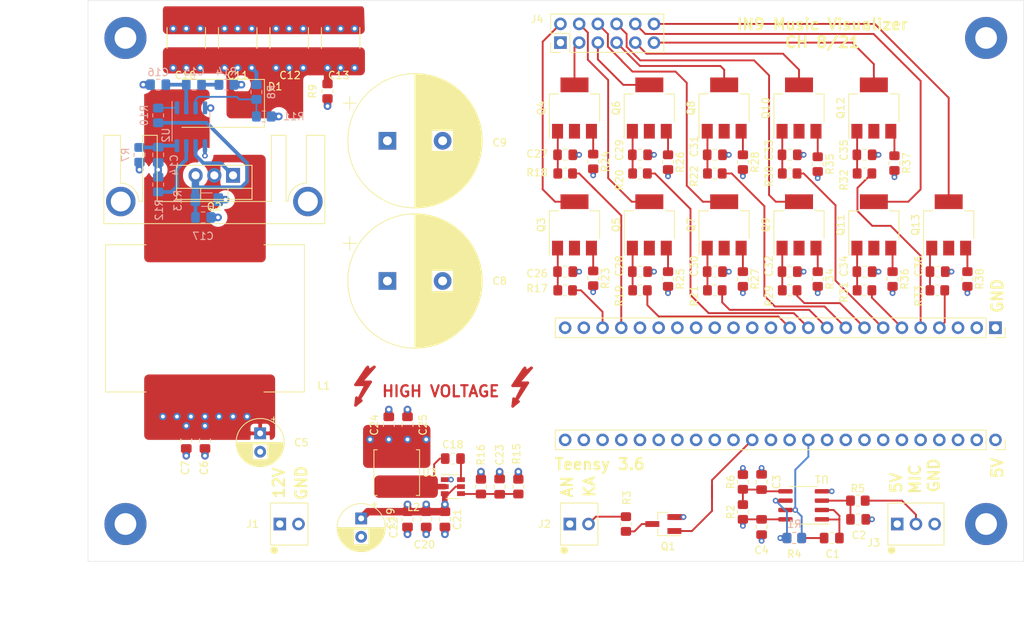
<source format=kicad_pcb>
(kicad_pcb (version 20171130) (host pcbnew "(5.1.9)-1")
  (layers (0 F.Cu signal) (1 In1.Cu signal hide) (2 In2.Cu signal hide) (31 B.Cu signal) (34 B.Paste user) (35 F.Paste user) (36 B.SilkS user) (37 F.SilkS user) (38 B.Mask user) (39 F.Mask user hide) (44 Edge.Cuts user))
  (net 0 "")
  (net 1 "Net-(C1-Pad2)")
  (net 2 "Net-(C1-Pad1)")
  (net 3 GND)
  (net 4 "Net-(C2-Pad1)")
  (net 5 /0.625V)
  (net 6 +5V)
  (net 7 +12V)
  (net 8 "Net-(C14-Pad1)")
  (net 9 "Net-(C15-Pad2)")
  (net 10 "Net-(C15-Pad1)")
  (net 11 "Net-(C26-Pad1)")
  (net 12 "Net-(C27-Pad1)")
  (net 13 "Net-(C28-Pad1)")
  (net 14 "Net-(C29-Pad1)")
  (net 15 "Net-(C30-Pad1)")
  (net 16 "Net-(C31-Pad1)")
  (net 17 "Net-(C32-Pad1)")
  (net 18 "Net-(D1-Pad2)")
  (net 19 /ADC_in)
  (net 20 /pwr_led)
  (net 21 /PWM_10)
  (net 22 /PWM_9)
  (net 23 /PWM_8)
  (net 24 /PWM_7)
  (net 25 /PWM_6)
  (net 26 /PWM_5)
  (net 27 /PWM_4)
  (net 28 /PWM_3)
  (net 29 /PWM_2)
  (net 30 /PWM_1)
  (net 31 /PWM_0)
  (net 32 "Net-(J2-Pad2)")
  (net 33 /MIC_out)
  (net 34 "Net-(Q1-Pad3)")
  (net 35 "Net-(Q2-Pad1)")
  (net 36 "Net-(Q3-Pad3)")
  (net 37 "Net-(Q4-Pad3)")
  (net 38 "Net-(Q5-Pad3)")
  (net 39 "Net-(Q6-Pad3)")
  (net 40 "Net-(Q7-Pad3)")
  (net 41 "Net-(Q8-Pad3)")
  (net 42 "Net-(Q9-Pad3)")
  (net 43 "Net-(Q10-Pad3)")
  (net 44 "Net-(Q11-Pad3)")
  (net 45 "Net-(Q12-Pad3)")
  (net 46 "Net-(Q13-Pad3)")
  (net 47 "Net-(R1-Pad2)")
  (net 48 "Net-(R11-Pad1)")
  (net 49 150V)
  (net 50 "Net-(R10-Pad2)")
  (net 51 "Net-(R12-Pad1)")
  (net 52 "Net-(C17-Pad1)")
  (net 53 "Net-(C33-Pad1)")
  (net 54 "Net-(C34-Pad1)")
  (net 55 "Net-(C18-Pad2)")
  (net 56 "Net-(C18-Pad1)")
  (net 57 "Net-(C35-Pad1)")
  (net 58 "Net-(J4-Pad12)")
  (net 59 "Net-(J4-Pad11)")
  (net 60 "Net-(J4-Pad10)")
  (net 61 "Net-(J4-Pad9)")
  (net 62 "Net-(J4-Pad8)")
  (net 63 "Net-(J4-Pad7)")
  (net 64 "Net-(J4-Pad6)")
  (net 65 "Net-(J4-Pad5)")
  (net 66 "Net-(J4-Pad4)")
  (net 67 "Net-(J4-Pad3)")
  (net 68 "Net-(J4-Pad2)")
  (net 69 "Net-(MCU1-Pad42)")
  (net 70 "Net-(MCU1-Pad41)")
  (net 71 "Net-(MCU1-Pad45)")
  (net 72 "Net-(MCU1-Pad44)")
  (net 73 "Net-(MCU1-Pad46)")
  (net 74 "Net-(MCU1-Pad43)")
  (net 75 "Net-(MCU1-Pad40)")
  (net 76 "Net-(MCU1-Pad39)")
  (net 77 "Net-(MCU1-Pad37)")
  (net 78 "Net-(MCU1-Pad36)")
  (net 79 "Net-(MCU1-Pad29)")
  (net 80 "Net-(MCU1-Pad32)")
  (net 81 "Net-(MCU1-Pad33)")
  (net 82 "Net-(MCU1-Pad26)")
  (net 83 "Net-(MCU1-Pad31)")
  (net 84 "Net-(MCU1-Pad28)")
  (net 85 "Net-(MCU1-Pad30)")
  (net 86 "Net-(MCU1-Pad27)")
  (net 87 "Net-(MCU1-Pad25)")
  (net 88 "Net-(MCU1-Pad24)")
  (net 89 "Net-(MCU1-Pad23)")
  (net 90 "Net-(MCU1-Pad20)")
  (net 91 "Net-(MCU1-Pad19)")
  (net 92 "Net-(MCU1-Pad18)")
  (net 93 "Net-(MCU1-Pad17)")
  (net 94 "Net-(MCU1-Pad16)")
  (net 95 "Net-(MCU1-Pad15)")
  (net 96 "Net-(MCU1-Pad14)")
  (net 97 "Net-(MCU1-Pad13)")
  (net 98 "Net-(MCU1-Pad3)")
  (net 99 "Net-(MCU1-Pad2)")
  (net 100 "Net-(C23-Pad2)")
  (net 101 "Net-(C36-Pad1)")
  (module Resistor_SMD:R_1206_3216Metric_Pad1.30x1.75mm_HandSolder (layer B.Cu) (at 66.929 77.851)
    (fp_text reference R13 (at -3.937 0.127 90) (layer B.SilkS) (effects (justify mirror)))
    (fp_text value 39m)
    (pad 2 smd roundrect (at 1.55 0) (size 1.3 1.75) (layers B.Cu B.Paste B.Mask) (roundrect_rratio 0.1923069230769231) (net 3 GND))
    (pad 1 smd roundrect (at -1.55 0) (size 1.3 1.75) (layers B.Cu B.Paste B.Mask) (roundrect_rratio 0.1923069230769231) (net 52 "Net-(C17-Pad1)"))
  )
  (module Package_TO_SOT_THT:TO-220-3_Vertical (layer F.Cu) (at 70.485 74.549 180)
    (fp_text reference Q2 (at 2.54 -4.27) (layer F.SilkS))
    (fp_text value STF13NM60N)
    (pad 3 thru_hole oval (at 5.08 0 180) (size 1.905 2) (drill 1.1) (layers *.Cu *.Mask) (net 52 "Net-(C17-Pad1)"))
    (pad 2 thru_hole oval (at 2.54 0 180) (size 1.905 2) (drill 1.1) (layers *.Cu *.Mask) (net 18 "Net-(D1-Pad2)"))
    (pad 1 thru_hole rect (at 0 0 180) (size 1.905 2) (drill 1.1) (layers *.Cu *.Mask) (net 35 "Net-(Q2-Pad1)"))
  )
  (module Capacitor_THT:CP_Radial_D6.3mm_P2.50mm (layer F.Cu) (at 87.884 121.158 270)
    (fp_text reference C22 (at 1.25 -4.4 90) (layer F.SilkS))
    (fp_text value 100uF)
    (pad 2 thru_hole circle (at 2.5 0 270) (size 1.6 1.6) (drill 0.8) (layers *.Cu *.Mask) (net 3 GND))
    (pad 1 thru_hole rect (at 0 0 270) (size 1.6 1.6) (drill 0.8) (layers *.Cu *.Mask) (net 7 +12V))
  )
  (module Inductor_SMD:L_Bourns_SRN6045TA (layer F.Cu) (at 92.71 114.935 270)
    (fp_text reference L2 (at 4.699 -2.286 180) (layer F.SilkS))
    (fp_text value 4.7uH)
    (pad 2 smd rect (at 2.075 0 270) (size 2.35 5.1) (layers F.Cu F.Paste F.Mask) (net 55 "Net-(C18-Pad2)"))
    (pad 1 smd rect (at -2.075 0 270) (size 2.35 5.1) (layers F.Cu F.Paste F.Mask) (net 6 +5V))
  )
  (module Capacitor_SMD:C_0805_2012Metric_Pad1.18x1.45mm_HandSolder (layer F.Cu) (at 100.33 113.03 180)
    (fp_text reference C18 (at 0 1.905) (layer F.SilkS))
    (fp_text value 0.1uF)
    (pad 2 smd roundrect (at 1.0375 0 180) (size 1.175 1.45) (layers F.Cu F.Paste F.Mask) (roundrect_rratio 0.2127659574468085) (net 55 "Net-(C18-Pad2)"))
    (pad 1 smd roundrect (at -1.0375 0 180) (size 1.175 1.45) (layers F.Cu F.Paste F.Mask) (roundrect_rratio 0.2127659574468085) (net 56 "Net-(C18-Pad1)"))
  )
  (module Resistor_SMD:R_0805_2012Metric_Pad1.20x1.40mm_HandSolder (layer F.Cu) (at 139.7 116.205 90)
    (fp_text reference R6 (at 0 -1.65 90) (layer F.SilkS))
    (fp_text value 10k)
    (pad 2 smd roundrect (at 1 0 90) (size 1.2 1.4) (layers F.Cu F.Paste F.Mask) (roundrect_rratio 0.208333) (net 3 GND))
    (pad 1 smd roundrect (at -1 0 90) (size 1.2 1.4) (layers F.Cu F.Paste F.Mask) (roundrect_rratio 0.208333) (net 5 /0.625V))
  )
  (module Resistor_SMD:R_0805_2012Metric_Pad1.20x1.40mm_HandSolder (layer F.Cu) (at 139.7 120.285 90)
    (fp_text reference R2 (at 0 -1.65 90) (layer F.SilkS))
    (fp_text value 69.8k)
    (pad 2 smd roundrect (at 1 0 90) (size 1.2 1.4) (layers F.Cu F.Paste F.Mask) (roundrect_rratio 0.208333) (net 5 /0.625V))
    (pad 1 smd roundrect (at -1 0 90) (size 1.2 1.4) (layers F.Cu F.Paste F.Mask) (roundrect_rratio 0.208333) (net 6 +5V))
  )
  (module Package_TO_SOT_SMD:SOT-23-6 (layer F.Cu) (at 100.33 116.84)
    (fp_text reference U3 (at -3.175 -1.905) (layer F.SilkS))
    (fp_text value TPS561201)
    (pad 5 smd rect (at 1.1 0) (size 1.06 0.65) (layers F.Cu F.Paste F.Mask) (net 7 +12V))
    (pad 6 smd rect (at 1.1 -0.95) (size 1.06 0.65) (layers F.Cu F.Paste F.Mask) (net 56 "Net-(C18-Pad1)"))
    (pad 4 smd rect (at 1.1 0.95) (size 1.06 0.65) (layers F.Cu F.Paste F.Mask) (net 100 "Net-(C23-Pad2)"))
    (pad 3 smd rect (at -1.1 0.95) (size 1.06 0.65) (layers F.Cu F.Paste F.Mask) (net 7 +12V))
    (pad 2 smd rect (at -1.1 0) (size 1.06 0.65) (layers F.Cu F.Paste F.Mask) (net 55 "Net-(C18-Pad2)"))
    (pad 1 smd rect (at -1.1 -0.95) (size 1.06 0.65) (layers F.Cu F.Paste F.Mask) (net 3 GND))
  )
  (module Symbol:Symbol_Highvoltage_Type1_CopperTop_Small (layer F.Cu) (at 87.503 103.759)
    (fp_text reference REF** hide)
    (fp_text value Symbol_Highvoltage_Type1_CopperTop_Small)
    (fp_line (start -0.127 1.524) (end -0.254 1.016) (layer F.Cu) (width 0.381))
    (fp_line (start 1.016 -0.762) (end -0.127 1.524) (layer F.Cu) (width 0.381))
    (fp_line (start -0.381 -0.762) (end 1.016 -0.762) (layer F.Cu) (width 0.381))
    (fp_line (start 1.143 -3.048) (end -0.381 -0.762) (layer F.Cu) (width 0.381))
    (fp_line (start 1.397 -2.667) (end 1.27 -3.175) (layer F.Cu) (width 0.381))
    (fp_line (start 2.159 -3.175) (end 1.397 -2.667) (layer F.Cu) (width 0.381))
    (fp_line (start 0.381 -1.143) (end 2.159 -3.175) (layer F.Cu) (width 0.381))
    (fp_line (start 1.651 -1.143) (end 0.381 -1.143) (layer F.Cu) (width 0.381))
    (fp_line (start -0.127 1.651) (end 1.651 -1.143) (layer F.Cu) (width 0.381))
    (fp_line (start 0.381 1.397) (end -0.127 1.651) (layer F.Cu) (width 0.381))
    (fp_line (start -0.381 2.032) (end 0.381 1.397) (layer F.Cu) (width 0.381))
    (fp_line (start -0.254 1.016) (end -0.381 2.032) (layer F.Cu) (width 0.381))
    (fp_line (start 0 -0.889) (end 1.27 -0.889) (layer F.Cu) (width 0.381))
    (fp_line (start 1.397 -2.794) (end 0 -0.889) (layer F.Cu) (width 0.381))
  )
  (module Symbol:Symbol_Highvoltage_Type1_CopperTop_Small (layer F.Cu) (at 108.839 103.886)
    (fp_text reference REF** hide)
    (fp_text value Symbol_Highvoltage_Type1_CopperTop_Small)
    (fp_line (start -0.127 1.524) (end -0.254 1.016) (layer F.Cu) (width 0.381))
    (fp_line (start 1.016 -0.762) (end -0.127 1.524) (layer F.Cu) (width 0.381))
    (fp_line (start -0.381 -0.762) (end 1.016 -0.762) (layer F.Cu) (width 0.381))
    (fp_line (start 1.143 -3.048) (end -0.381 -0.762) (layer F.Cu) (width 0.381))
    (fp_line (start 1.397 -2.667) (end 1.27 -3.175) (layer F.Cu) (width 0.381))
    (fp_line (start 2.159 -3.175) (end 1.397 -2.667) (layer F.Cu) (width 0.381))
    (fp_line (start 0.381 -1.143) (end 2.159 -3.175) (layer F.Cu) (width 0.381))
    (fp_line (start 1.651 -1.143) (end 0.381 -1.143) (layer F.Cu) (width 0.381))
    (fp_line (start -0.127 1.651) (end 1.651 -1.143) (layer F.Cu) (width 0.381))
    (fp_line (start 0.381 1.397) (end -0.127 1.651) (layer F.Cu) (width 0.381))
    (fp_line (start -0.381 2.032) (end 0.381 1.397) (layer F.Cu) (width 0.381))
    (fp_line (start -0.254 1.016) (end -0.381 2.032) (layer F.Cu) (width 0.381))
    (fp_line (start 0 -0.889) (end 1.27 -0.889) (layer F.Cu) (width 0.381))
    (fp_line (start 1.397 -2.794) (end 0 -0.889) (layer F.Cu) (width 0.381))
  )
  (module Capacitor_SMD:C_2220_5650Metric_Pad1.97x5.40mm_HandSolder (layer F.Cu) (at 85.09 55.88 90)
    (fp_text reference C13 (at -5.08 -0.254 180) (layer F.SilkS))
    (fp_text value 1uF)
    (pad 2 smd roundrect (at 2.6375 0 90) (size 1.975 5.4) (layers F.Cu F.Paste F.Mask) (roundrect_rratio 0.1265812658227848) (net 3 GND))
    (pad 1 smd roundrect (at -2.6375 0 90) (size 1.975 5.4) (layers F.Cu F.Paste F.Mask) (roundrect_rratio 0.1265812658227848) (net 49 150V))
  )
  (module Capacitor_SMD:C_2220_5650Metric_Pad1.97x5.40mm_HandSolder (layer F.Cu) (at 78.105 55.88 90)
    (fp_text reference C12 (at -5.08 0.127) (layer F.SilkS))
    (fp_text value 1uF)
    (pad 2 smd roundrect (at 2.6375 0 90) (size 1.975 5.4) (layers F.Cu F.Paste F.Mask) (roundrect_rratio 0.1265812658227848) (net 3 GND))
    (pad 1 smd roundrect (at -2.6375 0 90) (size 1.975 5.4) (layers F.Cu F.Paste F.Mask) (roundrect_rratio 0.1265812658227848) (net 49 150V))
  )
  (module Capacitor_SMD:C_2220_5650Metric_Pad1.97x5.40mm_HandSolder (layer F.Cu) (at 71.12 55.88 90)
    (fp_text reference C11 (at -5.08 0 180) (layer F.SilkS))
    (fp_text value 1uF)
    (pad 2 smd roundrect (at 2.6375 0 90) (size 1.975 5.4) (layers F.Cu F.Paste F.Mask) (roundrect_rratio 0.1265812658227848) (net 3 GND))
    (pad 1 smd roundrect (at -2.6375 0 90) (size 1.975 5.4) (layers F.Cu F.Paste F.Mask) (roundrect_rratio 0.1265812658227848) (net 49 150V))
  )
  (module Capacitor_SMD:C_2220_5650Metric_Pad1.97x5.40mm_HandSolder (layer F.Cu) (at 64.135 55.88 90)
    (fp_text reference C10 (at -5.08 -0.127) (layer F.SilkS))
    (fp_text value 1uF)
    (pad 2 smd roundrect (at 2.6375 0 90) (size 1.975 5.4) (layers F.Cu F.Paste F.Mask) (roundrect_rratio 0.1265812658227848) (net 3 GND))
    (pad 1 smd roundrect (at -2.6375 0 90) (size 1.975 5.4) (layers F.Cu F.Paste F.Mask) (roundrect_rratio 0.1265812658227848) (net 49 150V))
  )
  (module "My_Library:#4 Hole" (layer F.Cu) (at 172.72 121.92)
    (fp_text reference REF** hide)
    (fp_text value "#4 Hole")
    (pad 1 thru_hole circle (at 0 0) (size 5.715 5.715) (drill 2.9464) (layers *.Cu *.Mask))
  )
  (module Resistor_SMD:R_0805_2012Metric_Pad1.20x1.40mm_HandSolder (layer B.Cu) (at 60.325 66.405 90)
    (fp_text reference R10 (at 0 -1.905 90) (layer B.SilkS) (effects (justify mirror)))
    (fp_text value 0.0)
    (pad 2 smd roundrect (at 1 0 90) (size 1.2 1.4) (layers B.Cu B.Paste B.Mask) (roundrect_rratio 0.2083325) (net 50 "Net-(R10-Pad2)"))
    (pad 1 smd roundrect (at -1 0 90) (size 1.2 1.4) (layers B.Cu B.Paste B.Mask) (roundrect_rratio 0.2083325) (net 52 "Net-(C17-Pad1)"))
  )
  (module "My_Library:#4 Hole" (layer F.Cu) (at 172.72 55.88)
    (fp_text reference REF** hide)
    (fp_text value "#4 Hole")
    (pad 1 thru_hole circle (at 0 0) (size 5.715 5.715) (drill 2.9464) (layers *.Cu *.Mask))
  )
  (module "My_Library:#4 Hole" (layer F.Cu) (at 55.88 121.92)
    (fp_text reference REF** hide)
    (fp_text value "#4 Hole")
    (pad 1 thru_hole circle (at 0 0) (size 5.715 5.715) (drill 2.9464) (layers *.Cu *.Mask))
  )
  (module "My_Library:#4 Hole" (layer F.Cu) (at 55.88 55.88)
    (fp_text reference REF** hide)
    (fp_text value "#4 Hole")
    (pad 1 thru_hole circle (at 0 0) (size 5.715 5.715) (drill 2.9464) (layers *.Cu *.Mask))
  )
  (module Package_SO:SO-8_3.9x4.9mm_P1.27mm (layer B.Cu) (at 64.77 67.945 270)
    (fp_text reference U2 (at 1.143 3.4 270) (layer B.SilkS) (effects (justify mirror)))
    (fp_text value LM3478)
    (pad 8 smd roundrect (at 2.575 1.905 270) (size 1.75 0.6) (layers B.Cu B.Paste B.Mask) (net 8 "Net-(C14-Pad1)"))
    (pad 7 smd roundrect (at 2.575 0.635 270) (size 1.75 0.6) (layers B.Cu B.Paste B.Mask) (net 51 "Net-(R12-Pad1)"))
    (pad 6 smd roundrect (at 2.575 -0.635 270) (size 1.75 0.6) (layers B.Cu B.Paste B.Mask) (net 35 "Net-(Q2-Pad1)"))
    (pad 5 smd roundrect (at 2.575 -1.905 270) (size 1.75 0.6) (layers B.Cu B.Paste B.Mask) (net 3 GND))
    (pad 4 smd roundrect (at -2.575 -1.905 270) (size 1.75 0.6) (layers B.Cu B.Paste B.Mask) (net 3 GND))
    (pad 3 smd roundrect (at -2.575 -0.635 270) (size 1.75 0.6) (layers B.Cu B.Paste B.Mask) (net 48 "Net-(R11-Pad1)"))
    (pad 2 smd roundrect (at -2.575 0.635 270) (size 1.75 0.6) (layers B.Cu B.Paste B.Mask) (net 10 "Net-(C15-Pad1)"))
    (pad 1 smd roundrect (at -2.575 1.905 270) (size 1.75 0.6) (layers B.Cu B.Paste B.Mask) (net 50 "Net-(R10-Pad2)"))
  )
  (module Package_SO:SOIC-8_3.9x4.9mm_P1.27mm (layer F.Cu) (at 147.955 119.38 180)
    (fp_text reference U1 (at -2.413 3.556 180 unlocked) (layer F.SilkS))
    (fp_text value LMV358)
    (pad 8 smd roundrect (at 2.475 -1.905 180) (size 1.95 0.6) (layers F.Cu F.Paste F.Mask) (net 6 +5V))
    (pad 7 smd roundrect (at 2.475 -0.635 180) (size 1.95 0.6) (layers F.Cu F.Paste F.Mask) (net 19 /ADC_in))
    (pad 6 smd roundrect (at 2.475 0.635 180) (size 1.95 0.6) (layers F.Cu F.Paste F.Mask) (net 47 "Net-(R1-Pad2)"))
    (pad 5 smd roundrect (at 2.475 1.905 180) (size 1.95 0.6) (layers F.Cu F.Paste F.Mask) (net 5 /0.625V))
    (pad 4 smd roundrect (at -2.475 1.905 180) (size 1.95 0.6) (layers F.Cu F.Paste F.Mask) (net 3 GND))
    (pad 3 smd roundrect (at -2.475 0.635 180) (size 1.95 0.6) (layers F.Cu F.Paste F.Mask) (net 4 "Net-(C2-Pad1)"))
    (pad 2 smd roundrect (at -2.475 -0.635 180) (size 1.95 0.6) (layers F.Cu F.Paste F.Mask) (net 1 "Net-(C1-Pad2)"))
    (pad 1 smd roundrect (at -2.475 -1.905 180) (size 1.95 0.6) (layers F.Cu F.Paste F.Mask) (net 1 "Net-(C1-Pad2)"))
  )
  (module Resistor_SMD:R_0805_2012Metric_Pad1.20x1.40mm_HandSolder (layer F.Cu) (at 170.18 88.63 270)
    (fp_text reference R38 (at 0 -1.65 90) (layer F.SilkS))
    (fp_text value 180)
    (pad 2 smd roundrect (at 1 0 270) (size 1.2 1.4) (layers F.Cu F.Paste F.Mask) (roundrect_rratio 0.2083325) (net 3 GND))
    (pad 1 smd roundrect (at -1 0 270) (size 1.2 1.4) (layers F.Cu F.Paste F.Mask) (roundrect_rratio 0.2083325) (net 46 "Net-(Q13-Pad3)"))
  )
  (module Resistor_SMD:R_0805_2012Metric_Pad1.20x1.40mm_HandSolder (layer F.Cu) (at 160.274 72.882 270)
    (fp_text reference R37 (at 0 -1.65 90) (layer F.SilkS))
    (fp_text value 180)
    (pad 2 smd roundrect (at 1 0 270) (size 1.2 1.4) (layers F.Cu F.Paste F.Mask) (roundrect_rratio 0.2083325) (net 3 GND))
    (pad 1 smd roundrect (at -1 0 270) (size 1.2 1.4) (layers F.Cu F.Paste F.Mask) (roundrect_rratio 0.2083325) (net 45 "Net-(Q12-Pad3)"))
  )
  (module Resistor_SMD:R_0805_2012Metric_Pad1.20x1.40mm_HandSolder (layer F.Cu) (at 160.02 88.63 270)
    (fp_text reference R36 (at 0 -1.65 90) (layer F.SilkS))
    (fp_text value 180)
    (pad 2 smd roundrect (at 1 0 270) (size 1.2 1.4) (layers F.Cu F.Paste F.Mask) (roundrect_rratio 0.2083325) (net 3 GND))
    (pad 1 smd roundrect (at -1 0 270) (size 1.2 1.4) (layers F.Cu F.Paste F.Mask) (roundrect_rratio 0.2083325) (net 44 "Net-(Q11-Pad3)"))
  )
  (module Resistor_SMD:R_0805_2012Metric_Pad1.20x1.40mm_HandSolder (layer F.Cu) (at 149.86 73.025 270)
    (fp_text reference R35 (at 0 -1.65 90) (layer F.SilkS))
    (fp_text value 180)
    (pad 2 smd roundrect (at 1 0 270) (size 1.2 1.4) (layers F.Cu F.Paste F.Mask) (roundrect_rratio 0.2083325) (net 3 GND))
    (pad 1 smd roundrect (at -1 0 270) (size 1.2 1.4) (layers F.Cu F.Paste F.Mask) (roundrect_rratio 0.2083325) (net 43 "Net-(Q10-Pad3)"))
  )
  (module Resistor_SMD:R_0805_2012Metric_Pad1.20x1.40mm_HandSolder (layer F.Cu) (at 149.86 88.63 270)
    (fp_text reference R34 (at 0 -1.65 90) (layer F.SilkS))
    (fp_text value 180)
    (pad 2 smd roundrect (at 1 0 270) (size 1.2 1.4) (layers F.Cu F.Paste F.Mask) (roundrect_rratio 0.2083325) (net 3 GND))
    (pad 1 smd roundrect (at -1 0 270) (size 1.2 1.4) (layers F.Cu F.Paste F.Mask) (roundrect_rratio 0.2083325) (net 42 "Net-(Q9-Pad3)"))
  )
  (module Resistor_SMD:R_0805_2012Metric_Pad1.20x1.40mm_HandSolder (layer F.Cu) (at 166.1 90.17)
    (fp_text reference R33 (at -2.524 0.762 90) (layer F.SilkS))
    (fp_text value 2.2k)
    (pad 2 smd roundrect (at 1 0) (size 1.2 1.4) (layers F.Cu F.Paste F.Mask) (roundrect_rratio 0.2083325) (net 21 /PWM_10))
    (pad 1 smd roundrect (at -1 0) (size 1.2 1.4) (layers F.Cu F.Paste F.Mask) (roundrect_rratio 0.2083325) (net 101 "Net-(C36-Pad1)"))
  )
  (module Resistor_SMD:R_0805_2012Metric_Pad1.20x1.40mm_HandSolder (layer F.Cu) (at 156.21 74.295)
    (fp_text reference R32 (at -2.794 0.889 90) (layer F.SilkS))
    (fp_text value 2.2k)
    (pad 2 smd roundrect (at 1 0) (size 1.2 1.4) (layers F.Cu F.Paste F.Mask) (roundrect_rratio 0.2083325) (net 22 /PWM_9))
    (pad 1 smd roundrect (at -1 0) (size 1.2 1.4) (layers F.Cu F.Paste F.Mask) (roundrect_rratio 0.2083325) (net 57 "Net-(C35-Pad1)"))
  )
  (module Resistor_SMD:R_0805_2012Metric_Pad1.20x1.40mm_HandSolder (layer F.Cu) (at 156.21 90.17)
    (fp_text reference R31 (at -2.794 0.254 90) (layer F.SilkS))
    (fp_text value 2.2k)
    (pad 2 smd roundrect (at 1 0) (size 1.2 1.4) (layers F.Cu F.Paste F.Mask) (roundrect_rratio 0.2083325) (net 23 /PWM_8))
    (pad 1 smd roundrect (at -1 0) (size 1.2 1.4) (layers F.Cu F.Paste F.Mask) (roundrect_rratio 0.2083325) (net 54 "Net-(C34-Pad1)"))
  )
  (module Resistor_SMD:R_0805_2012Metric_Pad1.20x1.40mm_HandSolder (layer F.Cu) (at 146.05 74.295)
    (fp_text reference R30 (at -2.794 0.381 90) (layer F.SilkS))
    (fp_text value 2.2k)
    (pad 2 smd roundrect (at 1 0) (size 1.2 1.4) (layers F.Cu F.Paste F.Mask) (roundrect_rratio 0.2083325) (net 24 /PWM_7))
    (pad 1 smd roundrect (at -1 0) (size 1.2 1.4) (layers F.Cu F.Paste F.Mask) (roundrect_rratio 0.2083325) (net 53 "Net-(C33-Pad1)"))
  )
  (module Resistor_SMD:R_0805_2012Metric_Pad1.20x1.40mm_HandSolder (layer F.Cu) (at 146.05 90.17)
    (fp_text reference R29 (at -2.794 0.762 90) (layer F.SilkS))
    (fp_text value 2.2k)
    (pad 2 smd roundrect (at 1 0) (size 1.2 1.4) (layers F.Cu F.Paste F.Mask) (roundrect_rratio 0.2083325) (net 25 /PWM_6))
    (pad 1 smd roundrect (at -1 0) (size 1.2 1.4) (layers F.Cu F.Paste F.Mask) (roundrect_rratio 0.2083325) (net 17 "Net-(C32-Pad1)"))
  )
  (module Resistor_SMD:R_0805_2012Metric_Pad1.20x1.40mm_HandSolder (layer F.Cu) (at 139.7 72.755 270)
    (fp_text reference R28 (at 0 -1.65 90) (layer F.SilkS))
    (fp_text value 180)
    (pad 2 smd roundrect (at 1 0 270) (size 1.2 1.4) (layers F.Cu F.Paste F.Mask) (roundrect_rratio 0.2083325) (net 3 GND))
    (pad 1 smd roundrect (at -1 0 270) (size 1.2 1.4) (layers F.Cu F.Paste F.Mask) (roundrect_rratio 0.2083325) (net 41 "Net-(Q8-Pad3)"))
  )
  (module Resistor_SMD:R_0805_2012Metric_Pad1.20x1.40mm_HandSolder (layer F.Cu) (at 139.7 88.63 270)
    (fp_text reference R27 (at 0 -1.65 90) (layer F.SilkS))
    (fp_text value 180)
    (pad 2 smd roundrect (at 1 0 270) (size 1.2 1.4) (layers F.Cu F.Paste F.Mask) (roundrect_rratio 0.2083325) (net 3 GND))
    (pad 1 smd roundrect (at -1 0 270) (size 1.2 1.4) (layers F.Cu F.Paste F.Mask) (roundrect_rratio 0.2083325) (net 40 "Net-(Q7-Pad3)"))
  )
  (module Resistor_SMD:R_0805_2012Metric_Pad1.20x1.40mm_HandSolder (layer F.Cu) (at 129.54 72.755 270)
    (fp_text reference R26 (at 0 -1.65 90) (layer F.SilkS))
    (fp_text value 180)
    (pad 2 smd roundrect (at 1 0 270) (size 1.2 1.4) (layers F.Cu F.Paste F.Mask) (roundrect_rratio 0.2083325) (net 3 GND))
    (pad 1 smd roundrect (at -1 0 270) (size 1.2 1.4) (layers F.Cu F.Paste F.Mask) (roundrect_rratio 0.2083325) (net 39 "Net-(Q6-Pad3)"))
  )
  (module Resistor_SMD:R_0805_2012Metric_Pad1.20x1.40mm_HandSolder (layer F.Cu) (at 129.54 88.63 270)
    (fp_text reference R25 (at 0 -1.65 90) (layer F.SilkS))
    (fp_text value 180)
    (pad 2 smd roundrect (at 1 0 270) (size 1.2 1.4) (layers F.Cu F.Paste F.Mask) (roundrect_rratio 0.2083325) (net 3 GND))
    (pad 1 smd roundrect (at -1 0 270) (size 1.2 1.4) (layers F.Cu F.Paste F.Mask) (roundrect_rratio 0.2083325) (net 38 "Net-(Q5-Pad3)"))
  )
  (module Resistor_SMD:R_0805_2012Metric_Pad1.20x1.40mm_HandSolder (layer F.Cu) (at 119.38 72.66 270)
    (fp_text reference R24 (at 0 -1.65 90) (layer F.SilkS))
    (fp_text value 180)
    (pad 2 smd roundrect (at 1 0 270) (size 1.2 1.4) (layers F.Cu F.Paste F.Mask) (roundrect_rratio 0.2083325) (net 3 GND))
    (pad 1 smd roundrect (at -1 0 270) (size 1.2 1.4) (layers F.Cu F.Paste F.Mask) (roundrect_rratio 0.2083325) (net 37 "Net-(Q4-Pad3)"))
  )
  (module Resistor_SMD:R_0805_2012Metric_Pad1.20x1.40mm_HandSolder (layer F.Cu) (at 119.38 88.535 270)
    (fp_text reference R23 (at 0 -1.65 90) (layer F.SilkS))
    (fp_text value 180)
    (pad 2 smd roundrect (at 1 0 270) (size 1.2 1.4) (layers F.Cu F.Paste F.Mask) (roundrect_rratio 0.2083325) (net 3 GND))
    (pad 1 smd roundrect (at -1 0 270) (size 1.2 1.4) (layers F.Cu F.Paste F.Mask) (roundrect_rratio 0.2083325) (net 36 "Net-(Q3-Pad3)"))
  )
  (module Resistor_SMD:R_0805_2012Metric_Pad1.20x1.40mm_HandSolder (layer F.Cu) (at 135.89 74.295)
    (fp_text reference R22 (at -2.794 0.381 90) (layer F.SilkS))
    (fp_text value 2.2k)
    (pad 2 smd roundrect (at 1 0) (size 1.2 1.4) (layers F.Cu F.Paste F.Mask) (roundrect_rratio 0.2083325) (net 26 /PWM_5))
    (pad 1 smd roundrect (at -1 0) (size 1.2 1.4) (layers F.Cu F.Paste F.Mask) (roundrect_rratio 0.2083325) (net 16 "Net-(C31-Pad1)"))
  )
  (module Resistor_SMD:R_0805_2012Metric_Pad1.20x1.40mm_HandSolder (layer F.Cu) (at 135.89 90.17)
    (fp_text reference R21 (at -2.794 0.762 90) (layer F.SilkS))
    (fp_text value 2.2k)
    (pad 2 smd roundrect (at 1 0) (size 1.2 1.4) (layers F.Cu F.Paste F.Mask) (roundrect_rratio 0.2083325) (net 27 /PWM_4))
    (pad 1 smd roundrect (at -1 0) (size 1.2 1.4) (layers F.Cu F.Paste F.Mask) (roundrect_rratio 0.2083325) (net 15 "Net-(C30-Pad1)"))
  )
  (module Resistor_SMD:R_0805_2012Metric_Pad1.20x1.40mm_HandSolder (layer F.Cu) (at 125.73 74.295)
    (fp_text reference R20 (at -2.794 0.889 90) (layer F.SilkS))
    (fp_text value 2.2k)
    (pad 2 smd roundrect (at 1 0) (size 1.2 1.4) (layers F.Cu F.Paste F.Mask) (roundrect_rratio 0.2083325) (net 28 /PWM_3))
    (pad 1 smd roundrect (at -1 0) (size 1.2 1.4) (layers F.Cu F.Paste F.Mask) (roundrect_rratio 0.2083325) (net 14 "Net-(C29-Pad1)"))
  )
  (module Resistor_SMD:R_0805_2012Metric_Pad1.20x1.40mm_HandSolder (layer F.Cu) (at 125.73 90.17)
    (fp_text reference R19 (at -2.794 0.762 90) (layer F.SilkS))
    (fp_text value 2.2k)
    (pad 2 smd roundrect (at 1 0) (size 1.2 1.4) (layers F.Cu F.Paste F.Mask) (roundrect_rratio 0.2083325) (net 29 /PWM_2))
    (pad 1 smd roundrect (at -1 0) (size 1.2 1.4) (layers F.Cu F.Paste F.Mask) (roundrect_rratio 0.2083325) (net 13 "Net-(C28-Pad1)"))
  )
  (module Resistor_SMD:R_0805_2012Metric_Pad1.20x1.40mm_HandSolder (layer F.Cu) (at 115.57 74.295)
    (fp_text reference R18 (at -3.81 -0.127) (layer F.SilkS))
    (fp_text value 2.2k)
    (pad 2 smd roundrect (at 1 0) (size 1.2 1.4) (layers F.Cu F.Paste F.Mask) (roundrect_rratio 0.2083325) (net 30 /PWM_1))
    (pad 1 smd roundrect (at -1 0) (size 1.2 1.4) (layers F.Cu F.Paste F.Mask) (roundrect_rratio 0.2083325) (net 12 "Net-(C27-Pad1)"))
  )
  (module Resistor_SMD:R_0805_2012Metric_Pad1.20x1.40mm_HandSolder (layer F.Cu) (at 115.57 90.17)
    (fp_text reference R17 (at -3.81 -0.254) (layer F.SilkS))
    (fp_text value 2.2k)
    (pad 2 smd roundrect (at 1 0) (size 1.2 1.4) (layers F.Cu F.Paste F.Mask) (roundrect_rratio 0.2083325) (net 31 /PWM_0))
    (pad 1 smd roundrect (at -1 0) (size 1.2 1.4) (layers F.Cu F.Paste F.Mask) (roundrect_rratio 0.2083325) (net 11 "Net-(C26-Pad1)"))
  )
  (module Resistor_SMD:R_0805_2012Metric_Pad1.20x1.40mm_HandSolder (layer F.Cu) (at 104.14 116.84 90)
    (fp_text reference R16 (at 4.318 0 90) (layer F.SilkS))
    (fp_text value 10k)
    (pad 2 smd roundrect (at 1 0 90) (size 1.2 1.4) (layers F.Cu F.Paste F.Mask) (roundrect_rratio 0.2083325) (net 3 GND))
    (pad 1 smd roundrect (at -1 0 90) (size 1.2 1.4) (layers F.Cu F.Paste F.Mask) (roundrect_rratio 0.2083325) (net 100 "Net-(C23-Pad2)"))
  )
  (module Resistor_SMD:R_0805_2012Metric_Pad1.20x1.40mm_HandSolder (layer F.Cu) (at 109.22 116.84 270)
    (fp_text reference R15 (at -4.445 0.254 90) (layer F.SilkS))
    (fp_text value 52.3k)
    (pad 2 smd roundrect (at 1 0 270) (size 1.2 1.4) (layers F.Cu F.Paste F.Mask) (roundrect_rratio 0.2083325) (net 100 "Net-(C23-Pad2)"))
    (pad 1 smd roundrect (at -1 0 270) (size 1.2 1.4) (layers F.Cu F.Paste F.Mask) (roundrect_rratio 0.2083325) (net 6 +5V))
  )
  (module Resistor_SMD:R_0805_2012Metric_Pad1.20x1.40mm_HandSolder (layer B.Cu) (at 69.58 62.23)
    (fp_text reference R14 (at 0 -1.778) (layer B.SilkS) (effects (justify mirror)))
    (fp_text value 49.9k)
    (pad 2 smd roundrect (at 1 0) (size 1.2 1.4) (layers B.Cu B.Paste B.Mask) (roundrect_rratio 0.2083325) (net 3 GND))
    (pad 1 smd roundrect (at -1 0) (size 1.2 1.4) (layers B.Cu B.Paste B.Mask) (roundrect_rratio 0.2083325) (net 9 "Net-(C15-Pad2)"))
  )
  (module Resistor_SMD:R_0805_2012Metric_Pad1.20x1.40mm_HandSolder (layer B.Cu) (at 60.325 75.803 90)
    (fp_text reference R12 (at -3.445 0.127 90) (layer B.SilkS) (effects (justify mirror)))
    (fp_text value 49.9k)
    (pad 2 smd roundrect (at 1 0 90) (size 1.2 1.4) (layers B.Cu B.Paste B.Mask) (roundrect_rratio 0.2083325) (net 3 GND))
    (pad 1 smd roundrect (at -1 0 90) (size 1.2 1.4) (layers B.Cu B.Paste B.Mask) (roundrect_rratio 0.2083325) (net 51 "Net-(R12-Pad1)"))
  )
  (module Resistor_SMD:R_0805_2012Metric_Pad1.20x1.40mm_HandSolder (layer B.Cu) (at 74.66 66.548)
    (fp_text reference R11 (at 4.08 0 180) (layer B.SilkS) (effects (justify mirror)))
    (fp_text value 1.6k)
    (pad 2 smd roundrect (at 1 0) (size 1.2 1.4) (layers B.Cu B.Paste B.Mask) (roundrect_rratio 0.2083325) (net 3 GND))
    (pad 1 smd roundrect (at -1 0) (size 1.2 1.4) (layers B.Cu B.Paste B.Mask) (roundrect_rratio 0.2083325) (net 48 "Net-(R11-Pad1)"))
  )
  (module Resistor_SMD:R_0805_2012Metric_Pad1.20x1.40mm_HandSolder (layer F.Cu) (at 83.312 63.119 270)
    (fp_text reference R9 (at 0 2.032 90) (layer F.SilkS))
    (fp_text value 1M)
    (pad 2 smd roundrect (at 1 0 270) (size 1.2 1.4) (layers F.Cu F.Paste F.Mask) (roundrect_rratio 0.2083325) (net 3 GND))
    (pad 1 smd roundrect (at -1 0 270) (size 1.2 1.4) (layers F.Cu F.Paste F.Mask) (roundrect_rratio 0.2083325) (net 49 150V))
  )
  (module Resistor_SMD:R_0805_2012Metric_Pad1.20x1.40mm_HandSolder (layer B.Cu) (at 73.66 63.23 270)
    (fp_text reference R8 (at 0 -2.032 270) (layer B.SilkS) (effects (justify mirror)))
    (fp_text value 180k)
    (pad 2 smd roundrect (at 1 0 270) (size 1.2 1.4) (layers B.Cu B.Paste B.Mask) (roundrect_rratio 0.2083325) (net 48 "Net-(R11-Pad1)"))
    (pad 1 smd roundrect (at -1 0 270) (size 1.2 1.4) (layers B.Cu B.Paste B.Mask) (roundrect_rratio 0.2083325) (net 49 150V))
  )
  (module Resistor_SMD:R_0805_2012Metric_Pad1.20x1.40mm_HandSolder (layer B.Cu) (at 57.785 71.755 90)
    (fp_text reference R7 (at 0 -1.905 90) (layer B.SilkS) (effects (justify mirror)))
    (fp_text value 20)
    (pad 2 smd roundrect (at 1 0 90) (size 1.2 1.4) (layers B.Cu B.Paste B.Mask) (roundrect_rratio 0.2083325) (net 8 "Net-(C14-Pad1)"))
    (pad 1 smd roundrect (at -1 0 90) (size 1.2 1.4) (layers B.Cu B.Paste B.Mask) (roundrect_rratio 0.2083325) (net 7 +12V))
  )
  (module Resistor_SMD:R_0805_2012Metric_Pad1.20x1.40mm_HandSolder (layer F.Cu) (at 155.305 118.745)
    (fp_text reference R5 (at 0 -1.65) (layer F.SilkS))
    (fp_text value 10k)
    (pad 2 smd roundrect (at 1 0) (size 1.2 1.4) (layers F.Cu F.Paste F.Mask) (roundrect_rratio 0.2083325) (net 33 /MIC_out))
    (pad 1 smd roundrect (at -1 0) (size 1.2 1.4) (layers F.Cu F.Paste F.Mask) (roundrect_rratio 0.2083325) (net 4 "Net-(C2-Pad1)"))
  )
  (module Resistor_SMD:R_0805_2012Metric_Pad1.20x1.40mm_HandSolder (layer F.Cu) (at 146.685 123.825)
    (fp_text reference R4 (at 0 2.159) (layer F.SilkS))
    (fp_text value 20k)
    (pad 2 smd roundrect (at 1 0) (size 1.2 1.4) (layers F.Cu F.Paste F.Mask) (roundrect_rratio 0.2083325) (net 2 "Net-(C1-Pad1)"))
    (pad 1 smd roundrect (at -1 0) (size 1.2 1.4) (layers F.Cu F.Paste F.Mask) (roundrect_rratio 0.2083325) (net 47 "Net-(R1-Pad2)"))
  )
  (module Resistor_SMD:R_0805_2012Metric_Pad1.20x1.40mm_HandSolder (layer F.Cu) (at 123.825 121.92 270)
    (fp_text reference R3 (at -3.556 -0.127 90) (layer F.SilkS))
    (fp_text value 330)
    (pad 2 smd roundrect (at 1 0 270) (size 1.2 1.4) (layers F.Cu F.Paste F.Mask) (roundrect_rratio 0.2083325) (net 34 "Net-(Q1-Pad3)"))
    (pad 1 smd roundrect (at -1 0 270) (size 1.2 1.4) (layers F.Cu F.Paste F.Mask) (roundrect_rratio 0.2083325) (net 32 "Net-(J2-Pad2)"))
  )
  (module Resistor_SMD:R_0805_2012Metric_Pad1.20x1.40mm_HandSolder (layer B.Cu) (at 146.685 123.825 180)
    (fp_text reference R1 (at 0 1.905) (layer B.SilkS) (effects (justify mirror)))
    (fp_text value 10k)
    (pad 2 smd roundrect (at 1 0 180) (size 1.2 1.4) (layers B.Cu B.Paste B.Mask) (roundrect_rratio 0.2083325) (net 47 "Net-(R1-Pad2)"))
    (pad 1 smd roundrect (at -1 0 180) (size 1.2 1.4) (layers B.Cu B.Paste B.Mask) (roundrect_rratio 0.2083325) (net 19 /ADC_in))
  )
  (module Package_TO_SOT_SMD:SOT-223-3_TabPin2 (layer F.Cu) (at 167.64 81.28 90)
    (fp_text reference Q13 (at 0 -4.5 90) (layer F.SilkS))
    (fp_text value FZT857TA)
    (pad 1 smd rect (at -3.15 -2.3 90) (size 2 1.5) (layers F.Cu F.Paste F.Mask) (net 101 "Net-(C36-Pad1)"))
    (pad 3 smd rect (at -3.15 2.3 90) (size 2 1.5) (layers F.Cu F.Paste F.Mask) (net 46 "Net-(Q13-Pad3)"))
    (pad 2 smd rect (at -3.15 0 90) (size 2 1.5) (layers F.Cu F.Paste F.Mask) (net 58 "Net-(J4-Pad12)"))
    (pad 2 smd rect (at 3.15 0 90) (size 2 3.8) (layers F.Cu F.Paste F.Mask) (net 58 "Net-(J4-Pad12)"))
  )
  (module Package_TO_SOT_SMD:SOT-223-3_TabPin2 (layer F.Cu) (at 157.48 65.405 90)
    (fp_text reference Q12 (at 0 -4.5 90) (layer F.SilkS))
    (fp_text value FZT857TA)
    (pad 1 smd rect (at -3.15 -2.3 90) (size 2 1.5) (layers F.Cu F.Paste F.Mask) (net 57 "Net-(C35-Pad1)"))
    (pad 3 smd rect (at -3.15 2.3 90) (size 2 1.5) (layers F.Cu F.Paste F.Mask) (net 45 "Net-(Q12-Pad3)"))
    (pad 2 smd rect (at -3.15 0 90) (size 2 1.5) (layers F.Cu F.Paste F.Mask) (net 59 "Net-(J4-Pad11)"))
    (pad 2 smd rect (at 3.15 0 90) (size 2 3.8) (layers F.Cu F.Paste F.Mask) (net 59 "Net-(J4-Pad11)"))
  )
  (module Package_TO_SOT_SMD:SOT-223-3_TabPin2 (layer F.Cu) (at 157.48 81.28 90)
    (fp_text reference Q11 (at 0 -4.5 90) (layer F.SilkS))
    (fp_text value FZT857TA)
    (pad 1 smd rect (at -3.15 -2.3 90) (size 2 1.5) (layers F.Cu F.Paste F.Mask) (net 54 "Net-(C34-Pad1)"))
    (pad 3 smd rect (at -3.15 2.3 90) (size 2 1.5) (layers F.Cu F.Paste F.Mask) (net 44 "Net-(Q11-Pad3)"))
    (pad 2 smd rect (at -3.15 0 90) (size 2 1.5) (layers F.Cu F.Paste F.Mask) (net 60 "Net-(J4-Pad10)"))
    (pad 2 smd rect (at 3.15 0 90) (size 2 3.8) (layers F.Cu F.Paste F.Mask) (net 60 "Net-(J4-Pad10)"))
  )
  (module Package_TO_SOT_SMD:SOT-223-3_TabPin2 (layer F.Cu) (at 147.32 65.405 90)
    (fp_text reference Q10 (at 0 -4.5 90) (layer F.SilkS))
    (fp_text value FZT857TA)
    (pad 1 smd rect (at -3.15 -2.3 90) (size 2 1.5) (layers F.Cu F.Paste F.Mask) (net 53 "Net-(C33-Pad1)"))
    (pad 3 smd rect (at -3.15 2.3 90) (size 2 1.5) (layers F.Cu F.Paste F.Mask) (net 43 "Net-(Q10-Pad3)"))
    (pad 2 smd rect (at -3.15 0 90) (size 2 1.5) (layers F.Cu F.Paste F.Mask) (net 61 "Net-(J4-Pad9)"))
    (pad 2 smd rect (at 3.15 0 90) (size 2 3.8) (layers F.Cu F.Paste F.Mask) (net 61 "Net-(J4-Pad9)"))
  )
  (module Package_TO_SOT_SMD:SOT-223-3_TabPin2 (layer F.Cu) (at 147.32 81.28 90)
    (fp_text reference Q9 (at 0 -4.5 90) (layer F.SilkS))
    (fp_text value FZT857TA)
    (pad 1 smd rect (at -3.15 -2.3 90) (size 2 1.5) (layers F.Cu F.Paste F.Mask) (net 17 "Net-(C32-Pad1)"))
    (pad 3 smd rect (at -3.15 2.3 90) (size 2 1.5) (layers F.Cu F.Paste F.Mask) (net 42 "Net-(Q9-Pad3)"))
    (pad 2 smd rect (at -3.15 0 90) (size 2 1.5) (layers F.Cu F.Paste F.Mask) (net 62 "Net-(J4-Pad8)"))
    (pad 2 smd rect (at 3.15 0 90) (size 2 3.8) (layers F.Cu F.Paste F.Mask) (net 62 "Net-(J4-Pad8)"))
  )
  (module Package_TO_SOT_SMD:SOT-223-3_TabPin2 (layer F.Cu) (at 137.16 65.405 90)
    (fp_text reference Q8 (at 0 -4.5 90) (layer F.SilkS))
    (fp_text value FZT857TA)
    (pad 1 smd rect (at -3.15 -2.3 90) (size 2 1.5) (layers F.Cu F.Paste F.Mask) (net 16 "Net-(C31-Pad1)"))
    (pad 3 smd rect (at -3.15 2.3 90) (size 2 1.5) (layers F.Cu F.Paste F.Mask) (net 41 "Net-(Q8-Pad3)"))
    (pad 2 smd rect (at -3.15 0 90) (size 2 1.5) (layers F.Cu F.Paste F.Mask) (net 63 "Net-(J4-Pad7)"))
    (pad 2 smd rect (at 3.15 0 90) (size 2 3.8) (layers F.Cu F.Paste F.Mask) (net 63 "Net-(J4-Pad7)"))
  )
  (module Package_TO_SOT_SMD:SOT-223-3_TabPin2 (layer F.Cu) (at 137.16 81.28 90)
    (fp_text reference Q7 (at 0 -4.5 90) (layer F.SilkS))
    (fp_text value FZT857TA)
    (pad 1 smd rect (at -3.15 -2.3 90) (size 2 1.5) (layers F.Cu F.Paste F.Mask) (net 15 "Net-(C30-Pad1)"))
    (pad 3 smd rect (at -3.15 2.3 90) (size 2 1.5) (layers F.Cu F.Paste F.Mask) (net 40 "Net-(Q7-Pad3)"))
    (pad 2 smd rect (at -3.15 0 90) (size 2 1.5) (layers F.Cu F.Paste F.Mask) (net 64 "Net-(J4-Pad6)"))
    (pad 2 smd rect (at 3.15 0 90) (size 2 3.8) (layers F.Cu F.Paste F.Mask) (net 64 "Net-(J4-Pad6)"))
  )
  (module Package_TO_SOT_SMD:SOT-223-3_TabPin2 (layer F.Cu) (at 127 65.405 90)
    (fp_text reference Q6 (at 0 -4.5 90) (layer F.SilkS))
    (fp_text value FZT857TA)
    (pad 1 smd rect (at -3.15 -2.3 90) (size 2 1.5) (layers F.Cu F.Paste F.Mask) (net 14 "Net-(C29-Pad1)"))
    (pad 3 smd rect (at -3.15 2.3 90) (size 2 1.5) (layers F.Cu F.Paste F.Mask) (net 39 "Net-(Q6-Pad3)"))
    (pad 2 smd rect (at -3.15 0 90) (size 2 1.5) (layers F.Cu F.Paste F.Mask) (net 65 "Net-(J4-Pad5)"))
    (pad 2 smd rect (at 3.15 0 90) (size 2 3.8) (layers F.Cu F.Paste F.Mask) (net 65 "Net-(J4-Pad5)"))
  )
  (module Package_TO_SOT_SMD:SOT-223-3_TabPin2 (layer F.Cu) (at 127 81.28 90)
    (fp_text reference Q5 (at 0 -4.5 90) (layer F.SilkS))
    (fp_text value FZT857TA)
    (pad 1 smd rect (at -3.15 -2.3 90) (size 2 1.5) (layers F.Cu F.Paste F.Mask) (net 13 "Net-(C28-Pad1)"))
    (pad 3 smd rect (at -3.15 2.3 90) (size 2 1.5) (layers F.Cu F.Paste F.Mask) (net 38 "Net-(Q5-Pad3)"))
    (pad 2 smd rect (at -3.15 0 90) (size 2 1.5) (layers F.Cu F.Paste F.Mask) (net 66 "Net-(J4-Pad4)"))
    (pad 2 smd rect (at 3.15 0 90) (size 2 3.8) (layers F.Cu F.Paste F.Mask) (net 66 "Net-(J4-Pad4)"))
  )
  (module Package_TO_SOT_SMD:SOT-223-3_TabPin2 (layer F.Cu) (at 116.84 65.405 90)
    (fp_text reference Q4 (at 0 -4.5 90) (layer F.SilkS))
    (fp_text value FZT857TA)
    (pad 1 smd rect (at -3.15 -2.3 90) (size 2 1.5) (layers F.Cu F.Paste F.Mask) (net 12 "Net-(C27-Pad1)"))
    (pad 3 smd rect (at -3.15 2.3 90) (size 2 1.5) (layers F.Cu F.Paste F.Mask) (net 37 "Net-(Q4-Pad3)"))
    (pad 2 smd rect (at -3.15 0 90) (size 2 1.5) (layers F.Cu F.Paste F.Mask) (net 67 "Net-(J4-Pad3)"))
    (pad 2 smd rect (at 3.15 0 90) (size 2 3.8) (layers F.Cu F.Paste F.Mask) (net 67 "Net-(J4-Pad3)"))
  )
  (module Package_TO_SOT_SMD:SOT-223-3_TabPin2 (layer F.Cu) (at 116.84 81.28 90)
    (fp_text reference Q3 (at 0 -4.5 90) (layer F.SilkS))
    (fp_text value FZT857TA)
    (pad 1 smd rect (at -3.15 -2.3 90) (size 2 1.5) (layers F.Cu F.Paste F.Mask) (net 11 "Net-(C26-Pad1)"))
    (pad 3 smd rect (at -3.15 2.3 90) (size 2 1.5) (layers F.Cu F.Paste F.Mask) (net 36 "Net-(Q3-Pad3)"))
    (pad 2 smd rect (at -3.15 0 90) (size 2 1.5) (layers F.Cu F.Paste F.Mask) (net 68 "Net-(J4-Pad2)"))
    (pad 2 smd rect (at 3.15 0 90) (size 2 3.8) (layers F.Cu F.Paste F.Mask) (net 68 "Net-(J4-Pad2)"))
  )
  (module Package_TO_SOT_SMD:SOT-23_Handsoldering (layer F.Cu) (at 128.905 121.92 180)
    (fp_text reference Q1 (at -0.635 -3.048) (layer F.SilkS))
    (fp_text value DMN6140L-13)
    (pad 3 smd rect (at 1.5 0 180) (size 1.9 0.8) (layers F.Cu F.Paste F.Mask) (net 34 "Net-(Q1-Pad3)"))
    (pad 2 smd rect (at -1.5 0.95 180) (size 1.9 0.8) (layers F.Cu F.Paste F.Mask) (net 3 GND))
    (pad 1 smd rect (at -1.5 -0.95 180) (size 1.9 0.8) (layers F.Cu F.Paste F.Mask) (net 20 /pwr_led))
  )
  (module My_Library:L_Murata_6000B (layer F.Cu) (at 66.675 93.98 270)
    (fp_text reference L1 (at 9.144 -16.129 180) (layer F.SilkS))
    (fp_text value 330uH)
    (pad 2 smd rect (at 10.4 0 90) (size 3 14) (layers F.Cu F.Paste F.Mask) (net 7 +12V))
    (pad 1 smd rect (at -10.4 0 270) (size 3 14) (layers F.Cu F.Paste F.Mask) (net 18 "Net-(D1-Pad2)"))
  )
  (module Connector_PinHeader_2.54mm:PinHeader_2x06_P2.54mm_Vertical (layer F.Cu) (at 114.935 56.515 90)
    (fp_text reference J4 (at 3.175 -3.175 180) (layer F.SilkS))
    (fp_text value IN9_MOUNTING_BOARD)
    (pad 12 thru_hole oval (at 2.54 12.7 90) (size 1.7 1.7) (drill 1) (layers *.Cu *.Mask) (net 58 "Net-(J4-Pad12)"))
    (pad 11 thru_hole oval (at 0 12.7 90) (size 1.7 1.7) (drill 1) (layers *.Cu *.Mask) (net 59 "Net-(J4-Pad11)"))
    (pad 10 thru_hole oval (at 2.54 10.16 90) (size 1.7 1.7) (drill 1) (layers *.Cu *.Mask) (net 60 "Net-(J4-Pad10)"))
    (pad 9 thru_hole oval (at 0 10.16 90) (size 1.7 1.7) (drill 1) (layers *.Cu *.Mask) (net 61 "Net-(J4-Pad9)"))
    (pad 8 thru_hole oval (at 2.54 7.62 90) (size 1.7 1.7) (drill 1) (layers *.Cu *.Mask) (net 62 "Net-(J4-Pad8)"))
    (pad 7 thru_hole oval (at 0 7.62 90) (size 1.7 1.7) (drill 1) (layers *.Cu *.Mask) (net 63 "Net-(J4-Pad7)"))
    (pad 6 thru_hole oval (at 2.54 5.08 90) (size 1.7 1.7) (drill 1) (layers *.Cu *.Mask) (net 64 "Net-(J4-Pad6)"))
    (pad 5 thru_hole oval (at 0 5.08 90) (size 1.7 1.7) (drill 1) (layers *.Cu *.Mask) (net 65 "Net-(J4-Pad5)"))
    (pad 4 thru_hole oval (at 2.54 2.54 90) (size 1.7 1.7) (drill 1) (layers *.Cu *.Mask) (net 66 "Net-(J4-Pad4)"))
    (pad 3 thru_hole oval (at 0 2.54 90) (size 1.7 1.7) (drill 1) (layers *.Cu *.Mask) (net 67 "Net-(J4-Pad3)"))
    (pad 2 thru_hole oval (at 2.54 0 90) (size 1.7 1.7) (drill 1) (layers *.Cu *.Mask) (net 68 "Net-(J4-Pad2)"))
    (pad 1 thru_hole rect (at 0 0 90) (size 1.7 1.7) (drill 1) (layers *.Cu *.Mask) (net 49 150V))
  )
  (module My_Library:640456-3 (layer F.Cu) (at 163.195 121.92 90)
    (fp_text reference J3 (at -2.54 -5.715 180) (layer F.SilkS))
    (fp_text value MIC_INPUT)
    (pad 2 thru_hole circle (at 0 0 90) (size 1.7 1.7) (drill 1) (layers *.Cu *.Mask) (net 33 /MIC_out))
    (pad 1 thru_hole rect (at 0 -2.54 90) (size 1.7 1.7) (drill 1) (layers *.Cu *.Mask) (net 6 +5V))
    (pad 3 thru_hole circle (at 0 2.54 90) (size 1.7 1.7) (drill 1) (layers *.Cu *.Mask) (net 3 GND))
  )
  (module My_Library:640456-2 (layer F.Cu) (at 117.475 121.92 90)
    (fp_text reference J2 (at 0 -4.699 180) (layer F.SilkS))
    (fp_text value PWR_IN)
    (pad 2 thru_hole circle (at 0 1.27 90) (size 1.7 1.7) (drill 1) (layers *.Cu *.Mask) (net 32 "Net-(J2-Pad2)"))
    (pad 1 thru_hole rect (at 0 -1.27 90) (size 1.7 1.7) (drill 1) (layers *.Cu *.Mask) (net 6 +5V))
  )
  (module My_Library:Teensy3.6 (layer F.Cu) (at 173.99 102.87 270)
    (fp_text reference MCU1 hide)
    (fp_text value "Teensy 3.6")
    (pad 42 thru_hole oval (at 7.62 15.24 270) (size 1.7 1.7) (drill 1) (layers *.Cu *.Mask) (net 69 "Net-(MCU1-Pad42)"))
    (pad 41 thru_hole oval (at 7.62 17.78 270) (size 1.7 1.7) (drill 1) (layers *.Cu *.Mask) (net 70 "Net-(MCU1-Pad41)"))
    (pad 48 thru_hole circle (at 7.62 0 270) (size 1.7 1.7) (drill 1) (layers *.Cu *.Mask) (net 6 +5V))
    (pad 45 thru_hole oval (at 7.62 7.62 270) (size 1.7 1.7) (drill 1) (layers *.Cu *.Mask) (net 71 "Net-(MCU1-Pad45)"))
    (pad 47 thru_hole oval (at 7.62 2.54 270) (size 1.7 1.7) (drill 1) (layers *.Cu *.Mask) (net 3 GND))
    (pad 44 thru_hole oval (at 7.62 10.16 270) (size 1.7 1.7) (drill 1) (layers *.Cu *.Mask) (net 72 "Net-(MCU1-Pad44)"))
    (pad 46 thru_hole oval (at 7.62 5.08 270) (size 1.7 1.7) (drill 1) (layers *.Cu *.Mask) (net 73 "Net-(MCU1-Pad46)"))
    (pad 43 thru_hole oval (at 7.62 12.7 270) (size 1.7 1.7) (drill 1) (layers *.Cu *.Mask) (net 74 "Net-(MCU1-Pad43)"))
    (pad 40 thru_hole oval (at 7.62 20.32 270) (size 1.7 1.7) (drill 1) (layers *.Cu *.Mask) (net 75 "Net-(MCU1-Pad40)"))
    (pad 39 thru_hole oval (at 7.62 22.86 270) (size 1.7 1.7) (drill 1) (layers *.Cu *.Mask) (net 76 "Net-(MCU1-Pad39)"))
    (pad 38 thru_hole oval (at 7.62 25.4 270) (size 1.7 1.7) (drill 1) (layers *.Cu *.Mask) (net 19 /ADC_in))
    (pad 37 thru_hole oval (at 7.62 27.94 270) (size 1.7 1.7) (drill 1) (layers *.Cu *.Mask) (net 77 "Net-(MCU1-Pad37)"))
    (pad 36 thru_hole oval (at 7.62 30.48 270) (size 1.7 1.7) (drill 1) (layers *.Cu *.Mask) (net 78 "Net-(MCU1-Pad36)"))
    (pad 35 thru_hole oval (at 7.62 33.02 270) (size 1.7 1.7) (drill 1) (layers *.Cu *.Mask) (net 20 /pwr_led))
    (pad 29 thru_hole oval (at 7.62 48.26 270) (size 1.7 1.7) (drill 1) (layers *.Cu *.Mask) (net 79 "Net-(MCU1-Pad29)"))
    (pad 32 thru_hole oval (at 7.62 40.64 270) (size 1.7 1.7) (drill 1) (layers *.Cu *.Mask) (net 80 "Net-(MCU1-Pad32)"))
    (pad 33 thru_hole oval (at 7.62 38.1 270) (size 1.7 1.7) (drill 1) (layers *.Cu *.Mask) (net 81 "Net-(MCU1-Pad33)"))
    (pad 34 thru_hole oval (at 7.62 35.56 270) (size 1.7 1.7) (drill 1) (layers *.Cu *.Mask) (net 3 GND))
    (pad 26 thru_hole oval (at 7.62 55.88 270) (size 1.7 1.7) (drill 1) (layers *.Cu *.Mask) (net 82 "Net-(MCU1-Pad26)"))
    (pad 31 thru_hole oval (at 7.62 43.18 270) (size 1.7 1.7) (drill 1) (layers *.Cu *.Mask) (net 83 "Net-(MCU1-Pad31)"))
    (pad 28 thru_hole oval (at 7.62 50.8 270) (size 1.7 1.7) (drill 1) (layers *.Cu *.Mask) (net 84 "Net-(MCU1-Pad28)"))
    (pad 30 thru_hole oval (at 7.62 45.72 270) (size 1.7 1.7) (drill 1) (layers *.Cu *.Mask) (net 85 "Net-(MCU1-Pad30)"))
    (pad 27 thru_hole oval (at 7.62 53.34 270) (size 1.7 1.7) (drill 1) (layers *.Cu *.Mask) (net 86 "Net-(MCU1-Pad27)"))
    (pad 25 thru_hole oval (at 7.62 58.42 270) (size 1.7 1.7) (drill 1) (layers *.Cu *.Mask) (net 87 "Net-(MCU1-Pad25)"))
    (pad 24 thru_hole oval (at -7.62 58.42 270) (size 1.7 1.7) (drill 1) (layers *.Cu *.Mask) (net 88 "Net-(MCU1-Pad24)"))
    (pad 23 thru_hole oval (at -7.62 55.88 270) (size 1.7 1.7) (drill 1) (layers *.Cu *.Mask) (net 89 "Net-(MCU1-Pad23)"))
    (pad 22 thru_hole oval (at -7.62 53.34 270) (size 1.7 1.7) (drill 1) (layers *.Cu *.Mask) (net 31 /PWM_0))
    (pad 21 thru_hole oval (at -7.62 50.8 270) (size 1.7 1.7) (drill 1) (layers *.Cu *.Mask) (net 30 /PWM_1))
    (pad 20 thru_hole oval (at -7.62 48.26 270) (size 1.7 1.7) (drill 1) (layers *.Cu *.Mask) (net 90 "Net-(MCU1-Pad20)"))
    (pad 19 thru_hole oval (at -7.62 45.72 270) (size 1.7 1.7) (drill 1) (layers *.Cu *.Mask) (net 91 "Net-(MCU1-Pad19)"))
    (pad 18 thru_hole oval (at -7.62 43.18 270) (size 1.7 1.7) (drill 1) (layers *.Cu *.Mask) (net 92 "Net-(MCU1-Pad18)"))
    (pad 17 thru_hole oval (at -7.62 40.64 270) (size 1.7 1.7) (drill 1) (layers *.Cu *.Mask) (net 93 "Net-(MCU1-Pad17)"))
    (pad 16 thru_hole oval (at -7.62 38.1 270) (size 1.7 1.7) (drill 1) (layers *.Cu *.Mask) (net 94 "Net-(MCU1-Pad16)"))
    (pad 15 thru_hole oval (at -7.62 35.56 270) (size 1.7 1.7) (drill 1) (layers *.Cu *.Mask) (net 95 "Net-(MCU1-Pad15)"))
    (pad 14 thru_hole oval (at -7.62 33.02 270) (size 1.7 1.7) (drill 1) (layers *.Cu *.Mask) (net 96 "Net-(MCU1-Pad14)"))
    (pad 13 thru_hole oval (at -7.62 30.48 270) (size 1.7 1.7) (drill 1) (layers *.Cu *.Mask) (net 97 "Net-(MCU1-Pad13)"))
    (pad 12 thru_hole oval (at -7.62 27.94 270) (size 1.7 1.7) (drill 1) (layers *.Cu *.Mask) (net 29 /PWM_2))
    (pad 11 thru_hole oval (at -7.62 25.4 270) (size 1.7 1.7) (drill 1) (layers *.Cu *.Mask) (net 28 /PWM_3))
    (pad 10 thru_hole oval (at -7.62 22.86 270) (size 1.7 1.7) (drill 1) (layers *.Cu *.Mask) (net 27 /PWM_4))
    (pad 9 thru_hole oval (at -7.62 20.32 270) (size 1.7 1.7) (drill 1) (layers *.Cu *.Mask) (net 26 /PWM_5))
    (pad 8 thru_hole oval (at -7.62 17.78 270) (size 1.7 1.7) (drill 1) (layers *.Cu *.Mask) (net 25 /PWM_6))
    (pad 7 thru_hole oval (at -7.62 15.24 270) (size 1.7 1.7) (drill 1) (layers *.Cu *.Mask) (net 24 /PWM_7))
    (pad 6 thru_hole oval (at -7.62 12.7 270) (size 1.7 1.7) (drill 1) (layers *.Cu *.Mask) (net 23 /PWM_8))
    (pad 5 thru_hole oval (at -7.62 10.16 270) (size 1.7 1.7) (drill 1) (layers *.Cu *.Mask) (net 22 /PWM_9))
    (pad 4 thru_hole oval (at -7.62 7.62 270) (size 1.7 1.7) (drill 1) (layers *.Cu *.Mask) (net 21 /PWM_10))
    (pad 3 thru_hole oval (at -7.62 5.08 270) (size 1.7 1.7) (drill 1) (layers *.Cu *.Mask) (net 98 "Net-(MCU1-Pad3)"))
    (pad 2 thru_hole oval (at -7.62 2.54 270) (size 1.7 1.7) (drill 1) (layers *.Cu *.Mask) (net 99 "Net-(MCU1-Pad2)"))
    (pad 1 thru_hole rect (at -7.62 0 270) (size 1.7 1.7) (drill 1) (layers *.Cu *.Mask) (net 3 GND))
  )
  (module My_Library:640456-2 (layer F.Cu) (at 78.105 121.92 90)
    (fp_text reference J1 (at 0 -4.953 180) (layer F.SilkS))
    (fp_text value PWR_IN)
    (pad 2 thru_hole circle (at 0 1.27 90) (size 1.7 1.7) (drill 1) (layers *.Cu *.Mask) (net 3 GND))
    (pad 1 thru_hole rect (at 0 -1.27 90) (size 1.7 1.7) (drill 1) (layers *.Cu *.Mask) (net 7 +12V))
  )
  (module My_Library:V6560W (layer F.Cu) (at 67.945 78.105)
    (fp_text reference HS1 hide)
    (fp_text value V6560W)
    (pad 1 thru_hole circle (at 12.7 0 180) (size 4 4) (drill 2.7) (layers *.Cu *.Mask))
    (pad 1 thru_hole circle (at -12.7 0) (size 4 4) (drill 2.7) (layers *.Cu *.Mask))
  )
  (module Diode_SMD:D_SMC_Handsoldering (layer F.Cu) (at 67.945 64.77 180)
    (fp_text reference D1 (at -8.255 2.286) (layer F.SilkS))
    (fp_text value MUR860J)
    (pad 2 smd rect (at 4.4 0 270) (size 3.3 4.5) (layers F.Cu F.Paste F.Mask) (net 18 "Net-(D1-Pad2)"))
    (pad 1 smd rect (at -4.4 0 270) (size 3.3 4.5) (layers F.Cu F.Paste F.Mask) (net 49 150V))
  )
  (module Capacitor_SMD:C_0805_2012Metric_Pad1.18x1.45mm_HandSolder (layer F.Cu) (at 166.1375 87.63)
    (fp_text reference C36 (at -2.5615 -0.762 90) (layer F.SilkS))
    (fp_text value 4.7uF)
    (pad 2 smd roundrect (at 1.0375 0) (size 1.175 1.45) (layers F.Cu F.Paste F.Mask) (roundrect_rratio 0.2127659574468085) (net 3 GND))
    (pad 1 smd roundrect (at -1.0375 0) (size 1.175 1.45) (layers F.Cu F.Paste F.Mask) (roundrect_rratio 0.2127659574468085) (net 101 "Net-(C36-Pad1)"))
  )
  (module Capacitor_SMD:C_0805_2012Metric_Pad1.18x1.45mm_HandSolder (layer F.Cu) (at 156.21 71.755)
    (fp_text reference C35 (at -2.794 -0.635 90) (layer F.SilkS))
    (fp_text value 4.7uF)
    (pad 2 smd roundrect (at 1.0375 0) (size 1.175 1.45) (layers F.Cu F.Paste F.Mask) (roundrect_rratio 0.2127659574468085) (net 3 GND))
    (pad 1 smd roundrect (at -1.0375 0) (size 1.175 1.45) (layers F.Cu F.Paste F.Mask) (roundrect_rratio 0.2127659574468085) (net 57 "Net-(C35-Pad1)"))
  )
  (module Capacitor_SMD:C_0805_2012Metric_Pad1.18x1.45mm_HandSolder (layer F.Cu) (at 156.21 87.63)
    (fp_text reference C34 (at -2.794 -0.762 90) (layer F.SilkS))
    (fp_text value 4.7uF)
    (pad 2 smd roundrect (at 1.0375 0) (size 1.175 1.45) (layers F.Cu F.Paste F.Mask) (roundrect_rratio 0.2127659574468085) (net 3 GND))
    (pad 1 smd roundrect (at -1.0375 0) (size 1.175 1.45) (layers F.Cu F.Paste F.Mask) (roundrect_rratio 0.2127659574468085) (net 54 "Net-(C34-Pad1)"))
  )
  (module Capacitor_SMD:C_0805_2012Metric_Pad1.18x1.45mm_HandSolder (layer F.Cu) (at 146.05 71.755)
    (fp_text reference C33 (at -2.794 -0.635 90) (layer F.SilkS))
    (fp_text value 4.7uF)
    (pad 2 smd roundrect (at 1.0375 0) (size 1.175 1.45) (layers F.Cu F.Paste F.Mask) (roundrect_rratio 0.2127659574468085) (net 3 GND))
    (pad 1 smd roundrect (at -1.0375 0) (size 1.175 1.45) (layers F.Cu F.Paste F.Mask) (roundrect_rratio 0.2127659574468085) (net 53 "Net-(C33-Pad1)"))
  )
  (module Capacitor_SMD:C_0805_2012Metric_Pad1.18x1.45mm_HandSolder (layer F.Cu) (at 146.05 87.63)
    (fp_text reference C32 (at -2.794 -0.762 90) (layer F.SilkS))
    (fp_text value 4.7uF)
    (pad 2 smd roundrect (at 1.0375 0) (size 1.175 1.45) (layers F.Cu F.Paste F.Mask) (roundrect_rratio 0.2127659574468085) (net 3 GND))
    (pad 1 smd roundrect (at -1.0375 0) (size 1.175 1.45) (layers F.Cu F.Paste F.Mask) (roundrect_rratio 0.2127659574468085) (net 17 "Net-(C32-Pad1)"))
  )
  (module Capacitor_SMD:C_0805_2012Metric_Pad1.18x1.45mm_HandSolder (layer F.Cu) (at 135.89 71.755)
    (fp_text reference C31 (at -2.794 -1.143 90) (layer F.SilkS))
    (fp_text value 4.7uF)
    (pad 2 smd roundrect (at 1.0375 0) (size 1.175 1.45) (layers F.Cu F.Paste F.Mask) (roundrect_rratio 0.2127659574468085) (net 3 GND))
    (pad 1 smd roundrect (at -1.0375 0) (size 1.175 1.45) (layers F.Cu F.Paste F.Mask) (roundrect_rratio 0.2127659574468085) (net 16 "Net-(C31-Pad1)"))
  )
  (module Capacitor_SMD:C_0805_2012Metric_Pad1.18x1.45mm_HandSolder (layer F.Cu) (at 135.89 87.63)
    (fp_text reference C30 (at -2.794 -0.762 90) (layer F.SilkS))
    (fp_text value 4.7uF)
    (pad 2 smd roundrect (at 1.0375 0) (size 1.175 1.45) (layers F.Cu F.Paste F.Mask) (roundrect_rratio 0.2127659574468085) (net 3 GND))
    (pad 1 smd roundrect (at -1.0375 0) (size 1.175 1.45) (layers F.Cu F.Paste F.Mask) (roundrect_rratio 0.2127659574468085) (net 15 "Net-(C30-Pad1)"))
  )
  (module Capacitor_SMD:C_0805_2012Metric_Pad1.18x1.45mm_HandSolder (layer F.Cu) (at 125.73 71.755)
    (fp_text reference C29 (at -2.794 -0.635 90) (layer F.SilkS))
    (fp_text value 4.7uF)
    (pad 2 smd roundrect (at 1.0375 0) (size 1.175 1.45) (layers F.Cu F.Paste F.Mask) (roundrect_rratio 0.2127659574468085) (net 3 GND))
    (pad 1 smd roundrect (at -1.0375 0) (size 1.175 1.45) (layers F.Cu F.Paste F.Mask) (roundrect_rratio 0.2127659574468085) (net 14 "Net-(C29-Pad1)"))
  )
  (module Capacitor_SMD:C_0805_2012Metric_Pad1.18x1.45mm_HandSolder (layer F.Cu) (at 125.73 87.63)
    (fp_text reference C28 (at -2.794 -0.762 90) (layer F.SilkS))
    (fp_text value 4.7uF)
    (pad 2 smd roundrect (at 1.0375 0) (size 1.175 1.45) (layers F.Cu F.Paste F.Mask) (roundrect_rratio 0.2127659574468085) (net 3 GND))
    (pad 1 smd roundrect (at -1.0375 0) (size 1.175 1.45) (layers F.Cu F.Paste F.Mask) (roundrect_rratio 0.2127659574468085) (net 13 "Net-(C28-Pad1)"))
  )
  (module Capacitor_SMD:C_0805_2012Metric_Pad1.18x1.45mm_HandSolder (layer F.Cu) (at 115.57 71.755)
    (fp_text reference C27 (at -3.81 -0.127) (layer F.SilkS))
    (fp_text value 4.7uF)
    (pad 2 smd roundrect (at 1.0375 0) (size 1.175 1.45) (layers F.Cu F.Paste F.Mask) (roundrect_rratio 0.2127659574468085) (net 3 GND))
    (pad 1 smd roundrect (at -1.0375 0) (size 1.175 1.45) (layers F.Cu F.Paste F.Mask) (roundrect_rratio 0.2127659574468085) (net 12 "Net-(C27-Pad1)"))
  )
  (module Capacitor_SMD:C_0805_2012Metric_Pad1.18x1.45mm_HandSolder (layer F.Cu) (at 115.57 87.63)
    (fp_text reference C26 (at -3.81 0.254) (layer F.SilkS))
    (fp_text value 4.7uF)
    (pad 2 smd roundrect (at 1.0375 0) (size 1.175 1.45) (layers F.Cu F.Paste F.Mask) (roundrect_rratio 0.2127659574468085) (net 3 GND))
    (pad 1 smd roundrect (at -1.0375 0) (size 1.175 1.45) (layers F.Cu F.Paste F.Mask) (roundrect_rratio 0.2127659574468085) (net 11 "Net-(C26-Pad1)"))
  )
  (module Capacitor_SMD:C_0805_2012Metric_Pad1.18x1.45mm_HandSolder (layer F.Cu) (at 94.1705 108.3945 90)
    (fp_text reference C25 (at -0.0635 2.0955 90) (layer F.SilkS))
    (fp_text value 22uF)
    (pad 2 smd roundrect (at 1.0375 0 90) (size 1.175 1.45) (layers F.Cu F.Paste F.Mask) (roundrect_rratio 0.2127659574468085) (net 3 GND))
    (pad 1 smd roundrect (at -1.0375 0 90) (size 1.175 1.45) (layers F.Cu F.Paste F.Mask) (roundrect_rratio 0.2127659574468085) (net 6 +5V))
  )
  (module Capacitor_SMD:C_0805_2012Metric_Pad1.18x1.45mm_HandSolder (layer F.Cu) (at 91.6305 108.3945 90)
    (fp_text reference C24 (at -0.0635 -1.9685 90) (layer F.SilkS))
    (fp_text value 22uF)
    (pad 2 smd roundrect (at 1.0375 0 90) (size 1.175 1.45) (layers F.Cu F.Paste F.Mask) (roundrect_rratio 0.2127659574468085) (net 3 GND))
    (pad 1 smd roundrect (at -1.0375 0 90) (size 1.175 1.45) (layers F.Cu F.Paste F.Mask) (roundrect_rratio 0.2127659574468085) (net 6 +5V))
  )
  (module Capacitor_SMD:C_0805_2012Metric_Pad1.18x1.45mm_HandSolder (layer F.Cu) (at 106.68 116.84 270)
    (fp_text reference C23 (at -4.318 0 90) (layer F.SilkS))
    (fp_text value 22pF)
    (pad 2 smd roundrect (at 1.0375 0 270) (size 1.175 1.45) (layers F.Cu F.Paste F.Mask) (roundrect_rratio 0.2127659574468085) (net 100 "Net-(C23-Pad2)"))
    (pad 1 smd roundrect (at -1.0375 0 270) (size 1.175 1.45) (layers F.Cu F.Paste F.Mask) (roundrect_rratio 0.2127659574468085) (net 6 +5V))
  )
  (module Capacitor_SMD:C_0805_2012Metric_Pad1.18x1.45mm_HandSolder (layer F.Cu) (at 99.2505 121.285 270)
    (fp_text reference C21 (at 0 -1.68 90) (layer F.SilkS))
    (fp_text value 0.1uF)
    (pad 2 smd roundrect (at 1.0375 0 270) (size 1.175 1.45) (layers F.Cu F.Paste F.Mask) (roundrect_rratio 0.2127659574468085) (net 3 GND))
    (pad 1 smd roundrect (at -1.0375 0 270) (size 1.175 1.45) (layers F.Cu F.Paste F.Mask) (roundrect_rratio 0.2127659574468085) (net 7 +12V))
  )
  (module Capacitor_SMD:C_0805_2012Metric_Pad1.18x1.45mm_HandSolder (layer F.Cu) (at 96.7105 121.285 270)
    (fp_text reference C20 (at 3.429 0.254 180) (layer F.SilkS))
    (fp_text value 10uF)
    (pad 2 smd roundrect (at 1.0375 0 270) (size 1.175 1.45) (layers F.Cu F.Paste F.Mask) (roundrect_rratio 0.2127659574468085) (net 3 GND))
    (pad 1 smd roundrect (at -1.0375 0 270) (size 1.175 1.45) (layers F.Cu F.Paste F.Mask) (roundrect_rratio 0.2127659574468085) (net 7 +12V))
  )
  (module Capacitor_SMD:C_0805_2012Metric_Pad1.18x1.45mm_HandSolder (layer F.Cu) (at 94.1705 121.285 270)
    (fp_text reference C19 (at -0.127 2.286 90) (layer F.SilkS))
    (fp_text value 10uF)
    (pad 2 smd roundrect (at 1.0375 0 270) (size 1.175 1.45) (layers F.Cu F.Paste F.Mask) (roundrect_rratio 0.2127659574468085) (net 3 GND))
    (pad 1 smd roundrect (at -1.0375 0 270) (size 1.175 1.45) (layers F.Cu F.Paste F.Mask) (roundrect_rratio 0.2127659574468085) (net 7 +12V))
  )
  (module Capacitor_SMD:C_0805_2012Metric_Pad1.18x1.45mm_HandSolder (layer B.Cu) (at 66.421 80.264)
    (fp_text reference C17 (at 0 2.54) (layer B.SilkS) (effects (justify mirror)))
    (fp_text value 10nF)
    (pad 2 smd roundrect (at 1.0375 0) (size 1.175 1.45) (layers B.Cu B.Paste B.Mask) (roundrect_rratio 0.2127659574468085) (net 3 GND))
    (pad 1 smd roundrect (at -1.0375 0) (size 1.175 1.45) (layers B.Cu B.Paste B.Mask) (roundrect_rratio 0.2127659574468085) (net 52 "Net-(C17-Pad1)"))
  )
  (module Capacitor_SMD:C_0805_2012Metric_Pad1.18x1.45mm_HandSolder (layer B.Cu) (at 60.325 62.23 180)
    (fp_text reference C16 (at 0 1.68) (layer B.SilkS) (effects (justify mirror)))
    (fp_text value 3.3nF)
    (pad 2 smd roundrect (at 1.0375 0 180) (size 1.175 1.45) (layers B.Cu B.Paste B.Mask) (roundrect_rratio 0.2127659574468085) (net 3 GND))
    (pad 1 smd roundrect (at -1.0375 0 180) (size 1.175 1.45) (layers B.Cu B.Paste B.Mask) (roundrect_rratio 0.2127659574468085) (net 10 "Net-(C15-Pad1)"))
  )
  (module Capacitor_SMD:C_0805_2012Metric_Pad1.18x1.45mm_HandSolder (layer B.Cu) (at 65.1725 62.23)
    (fp_text reference C15 (at 0 -1.778) (layer B.SilkS) (effects (justify mirror)))
    (fp_text value 0.16uF)
    (pad 2 smd roundrect (at 1.0375 0) (size 1.175 1.45) (layers B.Cu B.Paste B.Mask) (roundrect_rratio 0.2127659574468085) (net 9 "Net-(C15-Pad2)"))
    (pad 1 smd roundrect (at -1.0375 0) (size 1.175 1.45) (layers B.Cu B.Paste B.Mask) (roundrect_rratio 0.2127659574468085) (net 10 "Net-(C15-Pad1)"))
  )
  (module Capacitor_SMD:C_0805_2012Metric_Pad1.18x1.45mm_HandSolder (layer B.Cu) (at 60.325 71.755 270)
    (fp_text reference C14 (at 1.397 -2.159 90) (layer B.SilkS) (effects (justify mirror)))
    (fp_text value 0.1uF)
    (pad 2 smd roundrect (at 1.0375 0 270) (size 1.175 1.45) (layers B.Cu B.Paste B.Mask) (roundrect_rratio 0.2127659574468085) (net 3 GND))
    (pad 1 smd roundrect (at -1.0375 0 270) (size 1.175 1.45) (layers B.Cu B.Paste B.Mask) (roundrect_rratio 0.2127659574468085) (net 8 "Net-(C14-Pad1)"))
  )
  (module Capacitor_THT:CP_Radial_D18.0mm_P7.50mm (layer F.Cu) (at 91.44 69.85)
    (fp_text reference C9 (at 15.24 0.254) (layer F.SilkS))
    (fp_text value 82uF)
    (pad 2 thru_hole circle (at 7.5 0) (size 2.4 2.4) (drill 1.2) (layers *.Cu *.Mask) (net 3 GND))
    (pad 1 thru_hole rect (at 0 0) (size 2.4 2.4) (drill 1.2) (layers *.Cu *.Mask) (net 49 150V))
  )
  (module Capacitor_THT:CP_Radial_D18.0mm_P7.50mm (layer F.Cu) (at 91.44 88.9)
    (fp_text reference C8 (at 15.24 0) (layer F.SilkS))
    (fp_text value 82uF)
    (pad 2 thru_hole circle (at 7.5 0) (size 2.4 2.4) (drill 1.2) (layers *.Cu *.Mask) (net 3 GND))
    (pad 1 thru_hole rect (at 0 0) (size 2.4 2.4) (drill 1.2) (layers *.Cu *.Mask) (net 49 150V))
  )
  (module Capacitor_SMD:C_0805_2012Metric_Pad1.18x1.45mm_HandSolder (layer F.Cu) (at 64.135 110.617 270)
    (fp_text reference C7 (at 3.683 0.127 90) (layer F.SilkS))
    (fp_text value 10uF)
    (pad 2 smd roundrect (at 1.0375 0 270) (size 1.175 1.45) (layers F.Cu F.Paste F.Mask) (roundrect_rratio 0.2127659574468085) (net 3 GND))
    (pad 1 smd roundrect (at -1.0375 0 270) (size 1.175 1.45) (layers F.Cu F.Paste F.Mask) (roundrect_rratio 0.2127659574468085) (net 7 +12V))
  )
  (module Capacitor_SMD:C_0805_2012Metric_Pad1.18x1.45mm_HandSolder (layer F.Cu) (at 66.675 110.617 270)
    (fp_text reference C6 (at 3.683 0.127 90) (layer F.SilkS))
    (fp_text value 10uF)
    (pad 2 smd roundrect (at 1.0375 0 270) (size 1.175 1.45) (layers F.Cu F.Paste F.Mask) (roundrect_rratio 0.2127659574468085) (net 3 GND))
    (pad 1 smd roundrect (at -1.0375 0 270) (size 1.175 1.45) (layers F.Cu F.Paste F.Mask) (roundrect_rratio 0.2127659574468085) (net 7 +12V))
  )
  (module Capacitor_THT:CP_Radial_D6.3mm_P2.50mm (layer F.Cu) (at 74.168 109.601 270)
    (fp_text reference C5 (at 1.25 -5.588 180) (layer F.SilkS))
    (fp_text value 100uF)
    (pad 2 thru_hole circle (at 2.5 0 270) (size 1.6 1.6) (drill 0.8) (layers *.Cu *.Mask) (net 3 GND))
    (pad 1 thru_hole rect (at 0 0 270) (size 1.6 1.6) (drill 0.8) (layers *.Cu *.Mask) (net 7 +12V))
  )
  (module Capacitor_SMD:C_0805_2012Metric_Pad1.18x1.45mm_HandSolder (layer F.Cu) (at 142.24 122.3225 270)
    (fp_text reference C4 (at 3.1535 0 180) (layer F.SilkS))
    (fp_text value 0.1uF)
    (pad 2 smd roundrect (at 1.0375 0 270) (size 1.175 1.45) (layers F.Cu F.Paste F.Mask) (roundrect_rratio 0.2127659574468085) (net 3 GND))
    (pad 1 smd roundrect (at -1.0375 0 270) (size 1.175 1.45) (layers F.Cu F.Paste F.Mask) (roundrect_rratio 0.2127659574468085) (net 6 +5V))
  )
  (module Capacitor_SMD:C_0805_2012Metric_Pad1.18x1.45mm_HandSolder (layer F.Cu) (at 142.24 116.205 90)
    (fp_text reference C3 (at 0 2.032 90) (layer F.SilkS))
    (fp_text value 0.1uF)
    (pad 2 smd roundrect (at 1.0375 0 90) (size 1.175 1.45) (layers F.Cu F.Paste F.Mask) (roundrect_rratio 0.2127659574468085) (net 3 GND))
    (pad 1 smd roundrect (at -1.0375 0 90) (size 1.175 1.45) (layers F.Cu F.Paste F.Mask) (roundrect_rratio 0.2127659574468085) (net 5 /0.625V))
  )
  (module Capacitor_SMD:C_0805_2012Metric_Pad1.18x1.45mm_HandSolder (layer F.Cu) (at 155.3425 121.285)
    (fp_text reference C2 (at 0.1055 2.159) (layer F.SilkS))
    (fp_text value 620pF)
    (pad 2 smd roundrect (at 1.0375 0) (size 1.175 1.45) (layers F.Cu F.Paste F.Mask) (roundrect_rratio 0.2127659574468085) (net 3 GND))
    (pad 1 smd roundrect (at -1.0375 0) (size 1.175 1.45) (layers F.Cu F.Paste F.Mask) (roundrect_rratio 0.2127659574468085) (net 4 "Net-(C2-Pad1)"))
  )
  (module Capacitor_SMD:C_0805_2012Metric_Pad1.18x1.45mm_HandSolder (layer F.Cu) (at 151.765 123.825)
    (fp_text reference C1 (at 0.127 2.159) (layer F.SilkS))
    (fp_text value 0.1uF)
    (pad 2 smd roundrect (at 1.0375 0) (size 1.175 1.45) (layers F.Cu F.Paste F.Mask) (roundrect_rratio 0.2127659574468085) (net 1 "Net-(C1-Pad2)"))
    (pad 1 smd roundrect (at -1.0375 0) (size 1.175 1.45) (layers F.Cu F.Paste F.Mask) (roundrect_rratio 0.2127659574468085) (net 2 "Net-(C1-Pad1)"))
  )
  (gr_text "IN9 Music Visualizer\nCH 8/21" (at 150.495 55.245) (layer F.SilkS) (effects (font (size 1.5 1.5) (thickness 0.3))))
  (gr_text "HIGH VOLTAGE" (at 98.679 103.886) (layer F.Cu) (effects (font (size 1.5 1.5) (thickness 0.3))))
  (gr_text 5V (at 174.244 114.3 90) (layer F.SilkS) (effects (font (size 1.5 1.5) (thickness 0.3))))
  (gr_text GND (at 174.244 90.932 90) (layer F.SilkS) (effects (font (size 1.5 1.5) (thickness 0.3))))
  (gr_text "Teensy 3.6" (at 120.269 113.792) (layer F.SilkS) (effects (font (size 1.5 1.5) (thickness 0.3))))
  (gr_text GND (at 165.608 115.316 90) (layer F.SilkS) (effects (font (size 1.5 1.5) (thickness 0.3))))
  (gr_text MIC (at 163.068 115.824 90) (layer F.SilkS) (effects (font (size 1.5 1.5) (thickness 0.3))))
  (gr_text 5V (at 160.528 116.332 90) (layer F.SilkS) (effects (font (size 1.5 1.5) (thickness 0.3))))
  (gr_text KA (at 118.872 116.84 90) (layer F.SilkS) (effects (font (size 1.5 1.5) (thickness 0.3))))
  (gr_text AN (at 115.824 116.84 90) (layer F.SilkS) (effects (font (size 1.5 1.5) (thickness 0.3))))
  (gr_text GND (at 79.756 116.332 90) (layer F.SilkS) (effects (font (size 1.5 1.5) (thickness 0.3))))
  (gr_text 12V (at 76.708 116.332 90) (layer F.SilkS) (effects (font (size 1.5 1.5) (thickness 0.3))))
  (gr_line (start 177.8 127) (end 177.8 50.8) (layer Edge.Cuts) (width 0.05))
  (gr_line (start 50.8 50.8) (end 177.8 50.8) (layer Edge.Cuts) (width 0.05))
  (gr_line (start 50.8 127) (end 177.8 127) (layer Edge.Cuts) (width 0.05))
  (gr_line (start 50.8 127) (end 50.8 50.8) (layer Edge.Cuts) (width 0.05))
  (segment (start 150.43 120.015) (end 152.019 120.015) (width 0.254) (layer F.Cu) (net 1))
  (segment (start 152.019 120.015) (end 152.8025 120.7985) (width 0.254) (layer F.Cu) (net 1))
  (segment (start 150.4515 121.3065) (end 150.43 121.285) (width 0.254) (layer F.Cu) (net 1))
  (segment (start 152.8025 121.3065) (end 150.4515 121.3065) (width 0.254) (layer F.Cu) (net 1))
  (segment (start 152.8025 120.7985) (end 152.8025 121.3065) (width 0.254) (layer F.Cu) (net 1))
  (segment (start 152.8025 121.3065) (end 152.8025 123.825) (width 0.254) (layer F.Cu) (net 1))
  (segment (start 147.685 123.825) (end 150.7275 123.825) (width 0.254) (layer F.Cu) (net 2))
  (via (at 100.076 115.8875) (size 0.762) (drill 0.381) (layers F.Cu B.Cu) (net 3))
  (via (at 104.14 114.808) (size 1.016) (drill 0.508) (layers F.Cu B.Cu) (net 3))
  (via (at 64.135 112.649) (size 1.016) (drill 0.508) (layers F.Cu B.Cu) (net 3))
  (via (at 66.675 112.649) (size 1.016) (drill 0.508) (layers F.Cu B.Cu) (net 3))
  (via (at 83.312 54.61) (size 1.016) (drill 0.508) (layers F.Cu B.Cu) (net 3))
  (via (at 85.09 54.61) (size 1.016) (drill 0.508) (layers F.Cu B.Cu) (net 3))
  (via (at 86.995 54.61) (size 1.016) (drill 0.508) (layers F.Cu B.Cu) (net 3))
  (segment (start 86.995 54.61) (end 86.995 53.1835) (width 1.016) (layer F.Cu) (net 3))
  (segment (start 83.312 54.61) (end 83.312 53.1835) (width 1.016) (layer F.Cu) (net 3))
  (segment (start 85.09 54.61) (end 85.09 53.1835) (width 1.016) (layer F.Cu) (net 3))
  (via (at 76.327 54.61) (size 1.016) (drill 0.508) (layers F.Cu B.Cu) (net 3))
  (via (at 78.105 54.61) (size 1.016) (drill 0.508) (layers F.Cu B.Cu) (net 3))
  (via (at 80.01 54.61) (size 1.016) (drill 0.508) (layers F.Cu B.Cu) (net 3))
  (segment (start 80.01 54.61) (end 80.01 53.1835) (width 1.016) (layer F.Cu) (net 3))
  (segment (start 76.327 54.61) (end 76.327 53.1835) (width 1.016) (layer F.Cu) (net 3))
  (segment (start 78.105 54.61) (end 78.105 53.1835) (width 1.016) (layer F.Cu) (net 3))
  (via (at 69.342 54.61) (size 1.016) (drill 0.508) (layers F.Cu B.Cu) (net 3))
  (via (at 71.12 54.61) (size 1.016) (drill 0.508) (layers F.Cu B.Cu) (net 3))
  (via (at 73.025 54.61) (size 1.016) (drill 0.508) (layers F.Cu B.Cu) (net 3))
  (segment (start 73.025 54.61) (end 73.025 53.1835) (width 1.016) (layer F.Cu) (net 3))
  (segment (start 69.342 54.61) (end 69.342 53.1835) (width 1.016) (layer F.Cu) (net 3))
  (segment (start 71.12 54.61) (end 71.12 53.1835) (width 1.016) (layer F.Cu) (net 3))
  (via (at 62.357 54.61) (size 1.016) (drill 0.508) (layers F.Cu B.Cu) (net 3))
  (via (at 64.135 54.61) (size 1.016) (drill 0.508) (layers F.Cu B.Cu) (net 3))
  (via (at 66.04 54.61) (size 1.016) (drill 0.508) (layers F.Cu B.Cu) (net 3))
  (segment (start 66.04 54.61) (end 66.04 53.1835) (width 1.016) (layer F.Cu) (net 3))
  (segment (start 62.357 54.61) (end 62.357 53.1835) (width 1.016) (layer F.Cu) (net 3))
  (segment (start 64.135 54.61) (end 64.135 53.1835) (width 1.016) (layer F.Cu) (net 3))
  (via (at 83.312 65.151) (size 1.016) (drill 0.508) (layers F.Cu B.Cu) (net 3))
  (segment (start 83.312 65.151) (end 83.312 64.119) (width 1.016) (layer F.Cu) (net 3))
  (via (at 60.325 73.787) (size 1.016) (drill 0.508) (layers F.Cu B.Cu) (net 3))
  (segment (start 60.325 74.803) (end 60.325 72.7925) (width 1.016) (layer B.Cu) (net 3))
  (via (at 58.293 62.23) (size 1.016) (drill 0.508) (layers F.Cu B.Cu) (net 3))
  (segment (start 58.293 62.23) (end 59.2875 62.23) (width 1.016) (layer B.Cu) (net 3))
  (via (at 68.453 80.264) (size 1.016) (drill 0.508) (layers F.Cu B.Cu) (net 3))
  (via (at 67.437 65.405) (size 1.016) (drill 0.508) (layers F.Cu B.Cu) (net 3))
  (segment (start 66.71 65.405) (end 66.675 65.37) (width 0.508) (layer B.Cu) (net 3))
  (segment (start 67.437 65.405) (end 66.71 65.405) (width 0.508) (layer B.Cu) (net 3))
  (via (at 71.628 62.23) (size 1.016) (drill 0.508) (layers F.Cu B.Cu) (net 3))
  (segment (start 71.628 62.23) (end 70.58 62.23) (width 1.016) (layer B.Cu) (net 3))
  (via (at 76.708 66.548) (size 1.016) (drill 0.508) (layers F.Cu B.Cu) (net 3))
  (via (at 69.469 77.851) (size 1.016) (drill 0.508) (layers F.Cu B.Cu) (net 3))
  (segment (start 76.708 66.548) (end 75.66 66.548) (width 1.016) (layer B.Cu) (net 3))
  (segment (start 69.469 77.851) (end 68.3475 77.851) (width 1.016) (layer B.Cu) (net 3))
  (via (at 66.675 71.882) (size 0.762) (drill 0.381) (layers F.Cu B.Cu) (net 3))
  (segment (start 66.675 70.52) (end 66.675 71.882) (width 0.508) (layer B.Cu) (net 3))
  (via (at 119.38 74.549) (size 0.762) (drill 0.381) (layers F.Cu B.Cu) (net 3))
  (via (at 117.475 71.755) (size 0.762) (drill 0.381) (layers F.Cu B.Cu) (net 3))
  (via (at 129.54 74.676) (size 0.762) (drill 0.381) (layers F.Cu B.Cu) (net 3))
  (via (at 127.635 71.755) (size 0.762) (drill 0.381) (layers F.Cu B.Cu) (net 3))
  (via (at 137.795 71.755) (size 0.762) (drill 0.381) (layers F.Cu B.Cu) (net 3))
  (via (at 139.7 74.676) (size 0.762) (drill 0.381) (layers F.Cu B.Cu) (net 3))
  (via (at 147.955 71.755) (size 0.762) (drill 0.381) (layers F.Cu B.Cu) (net 3))
  (via (at 149.86 74.93) (size 0.762) (drill 0.381) (layers F.Cu B.Cu) (net 3))
  (via (at 158.115 71.755) (size 0.762) (drill 0.381) (layers F.Cu B.Cu) (net 3))
  (via (at 160.274 74.803) (size 0.762) (drill 0.381) (layers F.Cu B.Cu) (net 3))
  (via (at 117.475 87.63) (size 0.762) (drill 0.381) (layers F.Cu B.Cu) (net 3))
  (via (at 119.38 90.424) (size 0.762) (drill 0.381) (layers F.Cu B.Cu) (net 3))
  (via (at 127.635 87.63) (size 0.762) (drill 0.381) (layers F.Cu B.Cu) (net 3))
  (via (at 129.54 90.551) (size 0.762) (drill 0.381) (layers F.Cu B.Cu) (net 3))
  (via (at 137.795 87.63) (size 0.762) (drill 0.381) (layers F.Cu B.Cu) (net 3))
  (via (at 139.7 90.551) (size 0.762) (drill 0.381) (layers F.Cu B.Cu) (net 3))
  (via (at 147.955 87.63) (size 0.762) (drill 0.381) (layers F.Cu B.Cu) (net 3))
  (via (at 149.86 90.551) (size 0.762) (drill 0.381) (layers F.Cu B.Cu) (net 3))
  (via (at 168.021 87.63) (size 0.762) (drill 0.381) (layers F.Cu B.Cu) (net 3))
  (via (at 170.18 90.551) (size 0.762) (drill 0.381) (layers F.Cu B.Cu) (net 3))
  (segment (start 117.475 71.755) (end 116.6075 71.755) (width 0.762) (layer F.Cu) (net 3))
  (segment (start 119.38 74.549) (end 119.38 73.66) (width 0.762) (layer F.Cu) (net 3))
  (segment (start 127.635 71.755) (end 126.7675 71.755) (width 0.762) (layer F.Cu) (net 3))
  (segment (start 129.54 74.676) (end 129.54 73.755) (width 0.762) (layer F.Cu) (net 3))
  (segment (start 136.9275 71.755) (end 137.795 71.755) (width 0.762) (layer F.Cu) (net 3))
  (segment (start 139.7 74.676) (end 139.7 73.755) (width 0.762) (layer F.Cu) (net 3))
  (segment (start 147.955 71.755) (end 147.0875 71.755) (width 0.762) (layer F.Cu) (net 3))
  (segment (start 149.86 74.93) (end 149.86 74.025) (width 0.762) (layer F.Cu) (net 3))
  (segment (start 158.115 71.755) (end 157.2475 71.755) (width 0.762) (layer F.Cu) (net 3))
  (segment (start 160.274 74.803) (end 160.274 73.882) (width 0.762) (layer F.Cu) (net 3))
  (segment (start 117.475 87.63) (end 116.6075 87.63) (width 0.762) (layer F.Cu) (net 3))
  (segment (start 119.38 90.424) (end 119.38 89.535) (width 0.762) (layer F.Cu) (net 3))
  (segment (start 127.635 87.63) (end 126.7675 87.63) (width 0.762) (layer F.Cu) (net 3))
  (segment (start 129.54 90.551) (end 129.54 89.63) (width 0.762) (layer F.Cu) (net 3))
  (segment (start 137.795 87.63) (end 136.9275 87.63) (width 0.762) (layer F.Cu) (net 3))
  (segment (start 139.7 90.551) (end 139.7 89.63) (width 0.762) (layer F.Cu) (net 3))
  (segment (start 147.955 87.63) (end 147.0875 87.63) (width 0.762) (layer F.Cu) (net 3))
  (segment (start 149.86 90.551) (end 149.86 89.63) (width 0.762) (layer F.Cu) (net 3))
  (segment (start 168.021 87.63) (end 167.175 87.63) (width 0.762) (layer F.Cu) (net 3))
  (segment (start 170.18 90.551) (end 170.18 89.63) (width 0.762) (layer F.Cu) (net 3))
  (via (at 158.115 87.63) (size 0.762) (drill 0.381) (layers F.Cu B.Cu) (net 3))
  (via (at 160.02 90.551) (size 0.762) (drill 0.381) (layers F.Cu B.Cu) (net 3))
  (segment (start 158.115 87.63) (end 157.2475 87.63) (width 0.762) (layer F.Cu) (net 3))
  (segment (start 160.02 90.551) (end 160.02 89.63) (width 0.762) (layer F.Cu) (net 3))
  (segment (start 64.135 112.649) (end 64.135 111.6545) (width 1.016) (layer F.Cu) (net 3))
  (segment (start 66.675 112.649) (end 66.675 111.6545) (width 1.016) (layer F.Cu) (net 3))
  (via (at 142.24 114.3) (size 0.762) (drill 0.381) (layers F.Cu B.Cu) (net 3))
  (via (at 139.7 114.3) (size 0.762) (drill 0.381) (layers F.Cu B.Cu) (net 3))
  (segment (start 139.7 115.205) (end 139.7 114.3) (width 0.762) (layer F.Cu) (net 3))
  (segment (start 142.24 114.3) (end 142.24 115.1675) (width 0.762) (layer F.Cu) (net 3))
  (via (at 142.24 124.206) (size 0.762) (drill 0.381) (layers F.Cu B.Cu) (net 3))
  (segment (start 142.24 124.206) (end 142.24 123.36) (width 0.762) (layer F.Cu) (net 3))
  (via (at 157.226 121.285) (size 0.762) (drill 0.381) (layers F.Cu B.Cu) (net 3))
  (segment (start 157.226 121.285) (end 156.38 121.285) (width 0.762) (layer F.Cu) (net 3))
  (via (at 151.765 117.475) (size 0.762) (drill 0.381) (layers F.Cu B.Cu) (net 3))
  (segment (start 150.43 117.475) (end 151.765 117.475) (width 0.508) (layer F.Cu) (net 3))
  (via (at 131.6355 120.9675) (size 0.762) (drill 0.381) (layers F.Cu B.Cu) (net 3))
  (segment (start 131.633 120.97) (end 131.6355 120.9675) (width 0.762) (layer F.Cu) (net 3))
  (segment (start 130.405 120.97) (end 131.633 120.97) (width 0.762) (layer F.Cu) (net 3))
  (via (at 94.1705 106.3625) (size 1.016) (drill 0.508) (layers F.Cu B.Cu) (net 3))
  (via (at 91.6305 106.3625) (size 1.016) (drill 0.508) (layers F.Cu B.Cu) (net 3))
  (segment (start 91.6305 106.3625) (end 91.6305 107.357) (width 1.016) (layer F.Cu) (net 3))
  (segment (start 94.1705 106.3625) (end 94.1705 107.357) (width 1.016) (layer F.Cu) (net 3))
  (via (at 94.1705 123.317) (size 1.016) (drill 0.508) (layers F.Cu B.Cu) (net 3))
  (via (at 96.7105 123.317) (size 1.016) (drill 0.508) (layers F.Cu B.Cu) (net 3))
  (via (at 99.2505 123.317) (size 1.016) (drill 0.508) (layers F.Cu B.Cu) (net 3))
  (segment (start 94.1705 123.317) (end 94.1705 122.3225) (width 1.016) (layer F.Cu) (net 3))
  (segment (start 96.7105 122.3225) (end 96.7105 123.317) (width 1.016) (layer F.Cu) (net 3))
  (segment (start 99.3775 122.4495) (end 99.2505 122.3225) (width 1.016) (layer F.Cu) (net 3))
  (segment (start 99.2505 123.317) (end 99.2505 122.4495) (width 1.016) (layer F.Cu) (net 3))
  (segment (start 104.14 114.808) (end 104.14 115.84) (width 1.016) (layer F.Cu) (net 3))
  (segment (start 99.2325 115.8875) (end 99.23 115.89) (width 0.508) (layer F.Cu) (net 3))
  (segment (start 100.076 115.8875) (end 99.2325 115.8875) (width 0.508) (layer F.Cu) (net 3))
  (segment (start 67.4585 80.264) (end 68.453 80.264) (width 1.016) (layer B.Cu) (net 3))
  (segment (start 154.305 121.285) (end 154.305 118.745) (width 0.254) (layer F.Cu) (net 4))
  (segment (start 154.305 118.745) (end 150.43 118.745) (width 0.254) (layer F.Cu) (net 4))
  (segment (start 139.7375 117.2425) (end 139.7 117.205) (width 0.254) (layer F.Cu) (net 5))
  (segment (start 142.24 117.2425) (end 139.7375 117.2425) (width 0.254) (layer F.Cu) (net 5))
  (segment (start 139.7 117.205) (end 139.7 119.285) (width 0.254) (layer F.Cu) (net 5))
  (segment (start 142.4725 117.475) (end 142.24 117.2425) (width 0.254) (layer F.Cu) (net 5))
  (segment (start 145.48 117.475) (end 142.4725 117.475) (width 0.254) (layer F.Cu) (net 5))
  (via (at 89.0905 110.4265) (size 1.016) (drill 0.508) (layers F.Cu B.Cu) (net 6))
  (via (at 96.7105 110.4265) (size 1.016) (drill 0.508) (layers F.Cu B.Cu) (net 6))
  (via (at 139.7 122.174) (size 0.762) (drill 0.381) (layers F.Cu B.Cu) (net 6))
  (segment (start 139.7 122.174) (end 139.7 121.285) (width 0.762) (layer F.Cu) (net 6))
  (segment (start 145.48 121.285) (end 139.7 121.285) (width 0.254) (layer F.Cu) (net 6))
  (via (at 109.22 114.808) (size 1.016) (drill 0.508) (layers F.Cu B.Cu) (net 6))
  (via (at 106.68 114.808) (size 1.016) (drill 0.508) (layers F.Cu B.Cu) (net 6))
  (segment (start 106.68 114.808) (end 106.68 115.8025) (width 1.016) (layer F.Cu) (net 6))
  (segment (start 109.22 114.808) (end 109.22 115.84) (width 1.016) (layer F.Cu) (net 6))
  (via (at 91.6305 110.4265) (size 1.016) (drill 0.508) (layers F.Cu B.Cu) (net 6))
  (via (at 94.1705 110.4265) (size 1.016) (drill 0.508) (layers F.Cu B.Cu) (net 6))
  (segment (start 91.6305 110.4265) (end 91.6305 109.432) (width 1.016) (layer F.Cu) (net 6))
  (segment (start 94.1705 110.4265) (end 94.1705 109.432) (width 1.016) (layer F.Cu) (net 6))
  (via (at 60.96 107.315) (size 1.016) (drill 0.508) (layers F.Cu B.Cu) (net 7))
  (via (at 62.865 107.315) (size 1.016) (drill 0.508) (layers F.Cu B.Cu) (net 7))
  (via (at 64.77 107.315) (size 1.016) (drill 0.508) (layers F.Cu B.Cu) (net 7))
  (via (at 66.675 107.315) (size 1.016) (drill 0.508) (layers F.Cu B.Cu) (net 7))
  (via (at 68.58 107.315) (size 1.016) (drill 0.508) (layers F.Cu B.Cu) (net 7))
  (via (at 70.485 107.315) (size 1.016) (drill 0.508) (layers F.Cu B.Cu) (net 7))
  (via (at 72.39 107.315) (size 1.016) (drill 0.508) (layers F.Cu B.Cu) (net 7))
  (via (at 64.135 108.585) (size 1.016) (drill 0.508) (layers F.Cu B.Cu) (net 7))
  (via (at 66.675 108.585) (size 1.016) (drill 0.508) (layers F.Cu B.Cu) (net 7))
  (via (at 57.785 73.787) (size 1.016) (drill 0.508) (layers F.Cu B.Cu) (net 7))
  (segment (start 57.785 73.787) (end 57.785 72.755) (width 1.016) (layer B.Cu) (net 7))
  (segment (start 64.135 109.5795) (end 64.135 108.585) (width 1.016) (layer F.Cu) (net 7))
  (segment (start 66.675 109.5795) (end 66.675 108.585) (width 1.016) (layer F.Cu) (net 7))
  (via (at 94.1705 119.253) (size 1.016) (drill 0.508) (layers F.Cu B.Cu) (net 7))
  (via (at 96.7105 119.253) (size 1.016) (drill 0.508) (layers F.Cu B.Cu) (net 7))
  (via (at 99.2505 119.253) (size 1.016) (drill 0.508) (layers F.Cu B.Cu) (net 7))
  (segment (start 94.1705 120.2475) (end 94.1705 120.015) (width 1.016) (layer F.Cu) (net 7))
  (segment (start 94.1705 120.015) (end 94.1705 119.253) (width 1.016) (layer F.Cu) (net 7))
  (segment (start 96.7105 120.2475) (end 96.7105 119.253) (width 1.016) (layer F.Cu) (net 7))
  (segment (start 99.2505 120.2475) (end 99.2505 119.253) (width 1.016) (layer F.Cu) (net 7))
  (segment (start 94.1705 120.2475) (end 99.2505 120.2475) (width 1.016) (layer F.Cu) (net 7))
  (segment (start 99.3655 119.138) (end 99.2505 119.253) (width 0.254) (layer F.Cu) (net 7))
  (segment (start 101.43 116.84) (end 100.711 116.84) (width 0.254) (layer F.Cu) (net 7))
  (segment (start 99.761 117.79) (end 99.23 117.79) (width 0.254) (layer F.Cu) (net 7))
  (segment (start 100.711 116.84) (end 99.761 117.79) (width 0.254) (layer F.Cu) (net 7))
  (segment (start 99.23 119.2325) (end 99.2505 119.253) (width 0.762) (layer F.Cu) (net 7))
  (segment (start 99.23 117.983) (end 99.23 119.4255) (width 0.762) (layer F.Cu) (net 7))
  (segment (start 88.7945 120.2475) (end 87.884 121.158) (width 1.016) (layer F.Cu) (net 7))
  (segment (start 94.1705 120.2475) (end 88.7945 120.2475) (width 1.016) (layer F.Cu) (net 7))
  (segment (start 60.2875 70.755) (end 60.325 70.7175) (width 0.508) (layer B.Cu) (net 8))
  (segment (start 57.785 70.755) (end 60.2875 70.755) (width 0.508) (layer B.Cu) (net 8))
  (segment (start 60.5225 70.52) (end 60.325 70.7175) (width 0.508) (layer B.Cu) (net 8))
  (segment (start 62.865 70.52) (end 60.5225 70.52) (width 0.508) (layer B.Cu) (net 8))
  (segment (start 66.21 62.23) (end 68.58 62.23) (width 0.508) (layer B.Cu) (net 9))
  (segment (start 64.135 65.37) (end 64.135 62.23) (width 0.508) (layer B.Cu) (net 10))
  (segment (start 61.3625 62.23) (end 64.135 62.23) (width 0.508) (layer B.Cu) (net 10))
  (segment (start 114.57 84.46) (end 114.54 84.43) (width 0.254) (layer F.Cu) (net 11))
  (segment (start 114.57 90.17) (end 114.57 84.46) (width 0.254) (layer F.Cu) (net 11))
  (segment (start 114.57 68.585) (end 114.54 68.555) (width 0.254) (layer F.Cu) (net 12))
  (segment (start 114.57 74.295) (end 114.57 68.585) (width 0.254) (layer F.Cu) (net 12))
  (segment (start 124.73 84.46) (end 124.7 84.43) (width 0.254) (layer F.Cu) (net 13))
  (segment (start 124.73 90.17) (end 124.73 84.46) (width 0.254) (layer F.Cu) (net 13))
  (segment (start 124.73 68.585) (end 124.7 68.555) (width 0.254) (layer F.Cu) (net 14))
  (segment (start 124.73 74.295) (end 124.73 68.585) (width 0.254) (layer F.Cu) (net 14))
  (segment (start 134.89 84.46) (end 134.86 84.43) (width 0.254) (layer F.Cu) (net 15))
  (segment (start 134.89 90.17) (end 134.89 84.46) (width 0.254) (layer F.Cu) (net 15))
  (segment (start 134.89 68.585) (end 134.86 68.555) (width 0.254) (layer F.Cu) (net 16))
  (segment (start 134.89 74.295) (end 134.89 68.585) (width 0.254) (layer F.Cu) (net 16))
  (segment (start 145.05 84.46) (end 145.02 84.43) (width 0.254) (layer F.Cu) (net 17))
  (segment (start 145.05 90.17) (end 145.05 84.46) (width 0.254) (layer F.Cu) (net 17))
  (via (at 146.812 120.015) (size 0.762) (drill 0.381) (layers F.Cu B.Cu) (net 19))
  (segment (start 145.48 120.015) (end 146.812 120.015) (width 0.254) (layer F.Cu) (net 19))
  (segment (start 147.685 120.888) (end 146.812 120.015) (width 0.254) (layer B.Cu) (net 19))
  (segment (start 147.685 123.825) (end 147.685 120.888) (width 0.254) (layer B.Cu) (net 19))
  (segment (start 146.812 114.554) (end 148.59 112.776) (width 0.254) (layer B.Cu) (net 19))
  (segment (start 146.812 120.015) (end 146.812 114.554) (width 0.254) (layer B.Cu) (net 19))
  (segment (start 148.59 110.49) (end 148.59 112.776) (width 0.254) (layer B.Cu) (net 19))
  (segment (start 130.405 122.87) (end 132.781 122.87) (width 0.254) (layer F.Cu) (net 20))
  (segment (start 132.781 122.87) (end 135.509 120.142) (width 0.254) (layer F.Cu) (net 20))
  (segment (start 135.509 115.951) (end 135.509 118.364) (width 0.254) (layer F.Cu) (net 20))
  (segment (start 140.97 110.49) (end 135.509 115.951) (width 0.254) (layer F.Cu) (net 20))
  (segment (start 135.509 118.364) (end 135.509 116.713) (width 0.254) (layer F.Cu) (net 20))
  (segment (start 135.509 120.142) (end 135.509 118.364) (width 0.254) (layer F.Cu) (net 20))
  (segment (start 167.1 94.52) (end 166.37 95.25) (width 0.254) (layer F.Cu) (net 21))
  (segment (start 167.1 90.17) (end 167.1 94.52) (width 0.254) (layer F.Cu) (net 21))
  (segment (start 155.252999 79.391601) (end 155.252999 76.252001) (width 0.254) (layer F.Cu) (net 22))
  (segment (start 155.252999 76.252001) (end 157.21 74.295) (width 0.254) (layer F.Cu) (net 22))
  (segment (start 157.268398 81.407) (end 155.252999 79.391601) (width 0.254) (layer F.Cu) (net 22))
  (segment (start 163.83 85.471) (end 159.766 81.407) (width 0.254) (layer F.Cu) (net 22))
  (segment (start 159.766 81.407) (end 157.268398 81.407) (width 0.254) (layer F.Cu) (net 22))
  (segment (start 163.83 95.25) (end 163.83 85.471) (width 0.254) (layer F.Cu) (net 22))
  (segment (start 157.21 91.17) (end 161.29 95.25) (width 0.254) (layer F.Cu) (net 23))
  (segment (start 157.21 90.17) (end 157.21 91.17) (width 0.254) (layer F.Cu) (net 23))
  (segment (start 147.955 74.295) (end 147.05 74.295) (width 0.254) (layer F.Cu) (net 24))
  (segment (start 152.273 78.613) (end 147.955 74.295) (width 0.254) (layer F.Cu) (net 24))
  (segment (start 152.273 88.849018) (end 152.273 78.613) (width 0.254) (layer F.Cu) (net 24))
  (segment (start 158.673982 95.25) (end 152.273 88.849018) (width 0.254) (layer F.Cu) (net 24))
  (segment (start 158.75 95.25) (end 158.673982 95.25) (width 0.254) (layer F.Cu) (net 24))
  (segment (start 147.05 90.17) (end 147.05 90.916) (width 0.254) (layer F.Cu) (net 25))
  (segment (start 148.04396 91.90996) (end 152.86996 91.90996) (width 0.254) (layer F.Cu) (net 25))
  (segment (start 152.86996 91.90996) (end 156.21 95.25) (width 0.254) (layer F.Cu) (net 25))
  (segment (start 147.05 90.916) (end 148.04396 91.90996) (width 0.254) (layer F.Cu) (net 25))
  (segment (start 136.89 74.295) (end 138.176 74.295) (width 0.254) (layer F.Cu) (net 26))
  (segment (start 138.176 74.295) (end 142.621 78.74) (width 0.254) (layer F.Cu) (net 26))
  (segment (start 142.621 78.74) (end 142.621 90.932) (width 0.254) (layer F.Cu) (net 26))
  (segment (start 150.78397 92.36397) (end 153.67 95.25) (width 0.254) (layer F.Cu) (net 26))
  (segment (start 144.05297 92.36397) (end 150.78397 92.36397) (width 0.254) (layer F.Cu) (net 26))
  (segment (start 142.621 90.932) (end 144.05297 92.36397) (width 0.254) (layer F.Cu) (net 26))
  (segment (start 148.69798 92.81798) (end 151.13 95.25) (width 0.254) (layer F.Cu) (net 27))
  (segment (start 136.89 91.805) (end 137.90298 92.81798) (width 0.254) (layer F.Cu) (net 27))
  (segment (start 137.90298 92.81798) (end 148.69798 92.81798) (width 0.254) (layer F.Cu) (net 27))
  (segment (start 136.89 90.17) (end 136.89 91.805) (width 0.254) (layer F.Cu) (net 27))
  (segment (start 126.73 74.295) (end 127.762 74.295) (width 0.254) (layer F.Cu) (net 28))
  (segment (start 127.762 74.295) (end 132.588 79.121) (width 0.254) (layer F.Cu) (net 28))
  (segment (start 146.61199 93.27199) (end 148.59 95.25) (width 0.254) (layer F.Cu) (net 28))
  (segment (start 135.05499 93.27199) (end 146.61199 93.27199) (width 0.254) (layer F.Cu) (net 28))
  (segment (start 132.588 90.805) (end 135.05499 93.27199) (width 0.254) (layer F.Cu) (net 28))
  (segment (start 132.588 79.121) (end 132.588 90.805) (width 0.254) (layer F.Cu) (net 28))
  (segment (start 126.73 90.17) (end 126.73 92.186) (width 0.254) (layer F.Cu) (net 29))
  (segment (start 126.73 92.186) (end 128.27 93.726) (width 0.254) (layer F.Cu) (net 29))
  (segment (start 144.526 93.726) (end 146.05 95.25) (width 0.254) (layer F.Cu) (net 29))
  (segment (start 128.27 93.726) (end 144.526 93.726) (width 0.254) (layer F.Cu) (net 29))
  (segment (start 123.19 95.25) (end 123.19 80.01) (width 0.254) (layer F.Cu) (net 30))
  (segment (start 117.475 74.295) (end 119.6975 76.5175) (width 0.254) (layer F.Cu) (net 30))
  (segment (start 116.57 74.295) (end 117.475 74.295) (width 0.254) (layer F.Cu) (net 30))
  (segment (start 119.6975 76.5175) (end 119.126 75.946) (width 0.254) (layer F.Cu) (net 30))
  (segment (start 123.19 80.01) (end 119.6975 76.5175) (width 0.254) (layer F.Cu) (net 30))
  (segment (start 116.57 90.17) (end 117.729 90.17) (width 0.254) (layer F.Cu) (net 31))
  (segment (start 120.65 93.091) (end 120.65 95.25) (width 0.254) (layer F.Cu) (net 31))
  (segment (start 117.729 90.17) (end 120.65 93.091) (width 0.254) (layer F.Cu) (net 31))
  (segment (start 119.745 120.92) (end 118.745 121.92) (width 0.254) (layer F.Cu) (net 32))
  (segment (start 123.825 120.92) (end 119.745 120.92) (width 0.254) (layer F.Cu) (net 32))
  (segment (start 156.305 118.745) (end 161.29 118.745) (width 0.254) (layer F.Cu) (net 33))
  (segment (start 163.195 120.65) (end 163.195 121.92) (width 0.254) (layer F.Cu) (net 33))
  (segment (start 161.29 118.745) (end 163.195 120.65) (width 0.254) (layer F.Cu) (net 33))
  (segment (start 127.405 121.92) (end 125.984 121.92) (width 0.254) (layer F.Cu) (net 34))
  (segment (start 124.984 122.92) (end 123.825 122.92) (width 0.254) (layer F.Cu) (net 34))
  (segment (start 125.984 121.92) (end 124.984 122.92) (width 0.254) (layer F.Cu) (net 34))
  (segment (start 65.405 71.833742) (end 66.469258 72.898) (width 0.508) (layer B.Cu) (net 35))
  (segment (start 65.405 70.52) (end 65.405 71.833742) (width 0.508) (layer B.Cu) (net 35))
  (segment (start 68.834 72.898) (end 70.485 74.549) (width 0.508) (layer B.Cu) (net 35))
  (segment (start 66.469258 72.898) (end 68.834 72.898) (width 0.508) (layer B.Cu) (net 35))
  (segment (start 119.38 84.67) (end 119.14 84.43) (width 0.254) (layer F.Cu) (net 36))
  (segment (start 119.38 87.535) (end 119.38 84.67) (width 0.254) (layer F.Cu) (net 36))
  (segment (start 119.38 68.795) (end 119.14 68.555) (width 0.254) (layer F.Cu) (net 37))
  (segment (start 119.38 71.66) (end 119.38 68.795) (width 0.254) (layer F.Cu) (net 37))
  (segment (start 129.54 84.67) (end 129.3 84.43) (width 0.254) (layer F.Cu) (net 38))
  (segment (start 129.54 87.63) (end 129.54 84.67) (width 0.254) (layer F.Cu) (net 38))
  (segment (start 129.54 68.795) (end 129.3 68.555) (width 0.25) (layer F.Cu) (net 39))
  (segment (start 129.54 71.755) (end 129.54 68.795) (width 0.25) (layer F.Cu) (net 39))
  (segment (start 139.7 84.67) (end 139.46 84.43) (width 0.254) (layer F.Cu) (net 40))
  (segment (start 139.7 87.63) (end 139.7 84.67) (width 0.254) (layer F.Cu) (net 40))
  (segment (start 139.7 68.795) (end 139.46 68.555) (width 0.254) (layer F.Cu) (net 41))
  (segment (start 139.7 71.755) (end 139.7 68.795) (width 0.254) (layer F.Cu) (net 41))
  (segment (start 149.86 84.67) (end 149.62 84.43) (width 0.254) (layer F.Cu) (net 42))
  (segment (start 149.86 87.63) (end 149.86 84.67) (width 0.254) (layer F.Cu) (net 42))
  (segment (start 149.86 68.795) (end 149.62 68.555) (width 0.254) (layer F.Cu) (net 43))
  (segment (start 149.86 72.025) (end 149.86 68.795) (width 0.254) (layer F.Cu) (net 43))
  (segment (start 160.02 84.67) (end 159.78 84.43) (width 0.254) (layer F.Cu) (net 44))
  (segment (start 160.02 87.63) (end 160.02 84.67) (width 0.254) (layer F.Cu) (net 44))
  (segment (start 160.274 69.049) (end 159.78 68.555) (width 0.254) (layer F.Cu) (net 45))
  (segment (start 160.274 71.882) (end 160.274 69.049) (width 0.254) (layer F.Cu) (net 45))
  (segment (start 170.18 84.67) (end 169.94 84.43) (width 0.254) (layer F.Cu) (net 46))
  (segment (start 170.18 87.63) (end 170.18 84.67) (width 0.254) (layer F.Cu) (net 46))
  (via (at 144.145 118.745) (size 0.762) (drill 0.381) (layers F.Cu B.Cu) (net 47))
  (via (at 144.78 123.825) (size 0.762) (drill 0.381) (layers F.Cu B.Cu) (net 47))
  (segment (start 144.78 123.825) (end 145.685 123.825) (width 0.762) (layer F.Cu) (net 47))
  (segment (start 144.78 123.825) (end 145.685 123.825) (width 0.762) (layer B.Cu) (net 47))
  (segment (start 145.48 118.745) (end 144.145 118.745) (width 0.254) (layer F.Cu) (net 47))
  (segment (start 145.685 120.285) (end 145.2245 119.8245) (width 0.254) (layer B.Cu) (net 47))
  (segment (start 145.685 123.825) (end 145.685 120.285) (width 0.254) (layer B.Cu) (net 47))
  (segment (start 144.145 118.745) (end 145.2245 119.8245) (width 0.254) (layer B.Cu) (net 47))
  (segment (start 73.66 64.23) (end 73.66 66.548) (width 0.254) (layer B.Cu) (net 48))
  (segment (start 65.405 65.37) (end 65.405 64.262) (width 0.254) (layer B.Cu) (net 48))
  (segment (start 65.405 64.262) (end 65.786 63.881) (width 0.254) (layer B.Cu) (net 48))
  (segment (start 65.786 63.881) (end 70.993 63.881) (width 0.254) (layer B.Cu) (net 48))
  (segment (start 71.342 64.23) (end 73.66 64.23) (width 0.254) (layer B.Cu) (net 48))
  (segment (start 70.993 63.881) (end 71.342 64.23) (width 0.254) (layer B.Cu) (net 48))
  (via (at 83.312 59.944) (size 1.016) (drill 0.508) (layers F.Cu B.Cu) (net 49))
  (via (at 85.09 59.944) (size 1.016) (drill 0.508) (layers F.Cu B.Cu) (net 49))
  (via (at 86.995 59.944) (size 1.016) (drill 0.508) (layers F.Cu B.Cu) (net 49))
  (segment (start 86.995 59.944) (end 86.995 58.5175) (width 1.016) (layer F.Cu) (net 49))
  (segment (start 83.312 59.944) (end 83.312 58.5175) (width 1.016) (layer F.Cu) (net 49))
  (segment (start 85.09 59.944) (end 85.09 58.5175) (width 1.016) (layer F.Cu) (net 49))
  (via (at 76.327 59.944) (size 1.016) (drill 0.508) (layers F.Cu B.Cu) (net 49))
  (via (at 78.105 59.944) (size 1.016) (drill 0.508) (layers F.Cu B.Cu) (net 49))
  (via (at 80.01 59.944) (size 1.016) (drill 0.508) (layers F.Cu B.Cu) (net 49))
  (segment (start 80.01 59.944) (end 80.01 58.5175) (width 1.016) (layer F.Cu) (net 49))
  (segment (start 76.327 59.944) (end 76.327 58.5175) (width 1.016) (layer F.Cu) (net 49))
  (segment (start 78.105 59.944) (end 78.105 58.5175) (width 1.016) (layer F.Cu) (net 49))
  (via (at 69.342 59.944) (size 1.016) (drill 0.508) (layers F.Cu B.Cu) (net 49))
  (via (at 71.12 59.944) (size 1.016) (drill 0.508) (layers F.Cu B.Cu) (net 49))
  (via (at 73.025 59.944) (size 1.016) (drill 0.508) (layers F.Cu B.Cu) (net 49))
  (segment (start 73.025 59.944) (end 73.025 58.5175) (width 1.016) (layer F.Cu) (net 49))
  (segment (start 69.342 59.944) (end 69.342 58.5175) (width 1.016) (layer F.Cu) (net 49))
  (segment (start 71.12 59.944) (end 71.12 58.5175) (width 1.016) (layer F.Cu) (net 49))
  (segment (start 62.357 59.944) (end 62.357 58.5175) (width 1.016) (layer F.Cu) (net 49))
  (segment (start 66.04 59.944) (end 66.04 58.5175) (width 1.016) (layer F.Cu) (net 49))
  (via (at 62.357 59.944) (size 1.016) (drill 0.508) (layers F.Cu B.Cu) (net 49))
  (via (at 66.04 59.944) (size 1.016) (drill 0.508) (layers F.Cu B.Cu) (net 49))
  (via (at 64.135 59.944) (size 1.016) (drill 0.508) (layers F.Cu B.Cu) (net 49))
  (segment (start 64.135 59.944) (end 64.135 58.5175) (width 1.016) (layer F.Cu) (net 49))
  (segment (start 83.312 59.944) (end 83.312 62.119) (width 1.016) (layer F.Cu) (net 49))
  (segment (start 73.025 59.944) (end 73.66 60.579) (width 0.508) (layer B.Cu) (net 49))
  (segment (start 73.66 60.579) (end 73.66 62.23) (width 0.508) (layer B.Cu) (net 49))
  (segment (start 60.36 65.37) (end 60.325 65.405) (width 0.254) (layer B.Cu) (net 50))
  (segment (start 62.865 65.37) (end 60.36 65.37) (width 0.254) (layer B.Cu) (net 50))
  (segment (start 64.135 70.52) (end 64.135 72.39) (width 0.508) (layer B.Cu) (net 51))
  (segment (start 64.135 72.39) (end 62.865 73.66) (width 0.508) (layer B.Cu) (net 51))
  (segment (start 62.135 76.803) (end 60.325 76.803) (width 0.508) (layer B.Cu) (net 51))
  (segment (start 62.865 76.073) (end 62.135 76.803) (width 0.508) (layer B.Cu) (net 51))
  (segment (start 62.865 76.073) (end 62.865 73.66) (width 0.508) (layer B.Cu) (net 51))
  (segment (start 65.379 74.575) (end 65.405 74.549) (width 1.016) (layer B.Cu) (net 52))
  (segment (start 65.3835 77.8555) (end 65.379 77.851) (width 0.508) (layer B.Cu) (net 52))
  (segment (start 65.3835 80.264) (end 65.3835 77.8555) (width 0.508) (layer B.Cu) (net 52))
  (segment (start 60.325 67.405) (end 66.897 67.405) (width 0.508) (layer B.Cu) (net 52))
  (segment (start 71.612602 76.174) (end 72.39 75.396602) (width 0.508) (layer B.Cu) (net 52))
  (segment (start 65.379 76.174) (end 71.612602 76.174) (width 0.508) (layer B.Cu) (net 52))
  (segment (start 65.379 77.851) (end 65.379 76.174) (width 1.016) (layer B.Cu) (net 52))
  (segment (start 65.379 76.174) (end 65.379 74.575) (width 1.016) (layer B.Cu) (net 52))
  (segment (start 72.39 72.898) (end 66.897 67.405) (width 0.508) (layer B.Cu) (net 52))
  (segment (start 72.39 75.396602) (end 72.39 72.898) (width 0.508) (layer B.Cu) (net 52))
  (segment (start 145.05 68.585) (end 145.02 68.555) (width 0.254) (layer F.Cu) (net 53))
  (segment (start 145.05 74.295) (end 145.05 68.585) (width 0.254) (layer F.Cu) (net 53))
  (segment (start 155.21 84.46) (end 155.18 84.43) (width 0.254) (layer F.Cu) (net 54))
  (segment (start 155.21 90.17) (end 155.21 84.46) (width 0.254) (layer F.Cu) (net 54))
  (segment (start 92.88 116.84) (end 92.71 117.01) (width 0.762) (layer F.Cu) (net 55))
  (segment (start 99.23 116.84) (end 96.774 116.84) (width 0.762) (layer F.Cu) (net 55))
  (segment (start 99.2925 113.03) (end 98.552 113.03) (width 0.254) (layer F.Cu) (net 55))
  (segment (start 98.552 113.03) (end 97.79 113.792) (width 0.254) (layer F.Cu) (net 55))
  (segment (start 97.79 113.792) (end 97.79 116.078) (width 0.254) (layer F.Cu) (net 55))
  (segment (start 101.43 113.0925) (end 101.3675 113.03) (width 0.254) (layer F.Cu) (net 56))
  (segment (start 101.43 115.89) (end 101.43 113.0925) (width 0.254) (layer F.Cu) (net 56))
  (segment (start 155.21 68.585) (end 155.18 68.555) (width 0.254) (layer F.Cu) (net 57))
  (segment (start 155.21 74.295) (end 155.21 68.585) (width 0.254) (layer F.Cu) (net 57))
  (segment (start 127.635 53.975) (end 157.607 53.975) (width 0.254) (layer F.Cu) (net 58))
  (segment (start 167.64 64.008) (end 167.64 78.13) (width 0.254) (layer F.Cu) (net 58))
  (segment (start 157.607 53.975) (end 167.64 64.008) (width 0.254) (layer F.Cu) (net 58))
  (segment (start 127.635 56.515) (end 154.559 56.515) (width 0.254) (layer F.Cu) (net 59))
  (segment (start 157.48 59.436) (end 157.48 62.255) (width 0.254) (layer F.Cu) (net 59))
  (segment (start 154.559 56.515) (end 157.48 59.436) (width 0.254) (layer F.Cu) (net 59))
  (segment (start 126.457999 55.337999) (end 157.445999 55.337999) (width 0.254) (layer F.Cu) (net 60))
  (segment (start 125.095 53.975) (end 126.457999 55.337999) (width 0.254) (layer F.Cu) (net 60))
  (segment (start 157.445999 55.337999) (end 163.83 61.722) (width 0.254) (layer F.Cu) (net 60))
  (segment (start 163.83 61.722) (end 163.83 76.454) (width 0.254) (layer F.Cu) (net 60))
  (segment (start 162.154 78.13) (end 157.48 78.13) (width 0.254) (layer F.Cu) (net 60))
  (segment (start 163.83 76.454) (end 162.154 78.13) (width 0.254) (layer F.Cu) (net 60))
  (segment (start 126.59998 58.01998) (end 145.14198 58.01998) (width 0.254) (layer F.Cu) (net 61))
  (segment (start 125.095 56.515) (end 126.59998 58.01998) (width 0.254) (layer F.Cu) (net 61))
  (segment (start 147.32 60.198) (end 147.32 62.255) (width 0.254) (layer F.Cu) (net 61))
  (segment (start 145.14198 58.01998) (end 147.32 60.198) (width 0.254) (layer F.Cu) (net 61))
  (segment (start 144.17 78.13) (end 147.32 78.13) (width 0.254) (layer F.Cu) (net 62))
  (segment (start 143.256 77.216) (end 144.17 78.13) (width 0.254) (layer F.Cu) (net 62))
  (segment (start 123.917999 57.079961) (end 125.766038 58.928) (width 0.254) (layer F.Cu) (net 62))
  (segment (start 123.917999 55.337999) (end 123.917999 57.079961) (width 0.254) (layer F.Cu) (net 62))
  (segment (start 122.555 53.975) (end 123.917999 55.337999) (width 0.254) (layer F.Cu) (net 62))
  (segment (start 125.766038 58.928) (end 141.224 58.928) (width 0.254) (layer F.Cu) (net 62))
  (segment (start 143.256 60.96) (end 143.256 64.77) (width 0.254) (layer F.Cu) (net 62))
  (segment (start 141.224 58.928) (end 143.256 60.96) (width 0.254) (layer F.Cu) (net 62))
  (segment (start 143.256 64.77) (end 143.256 77.216) (width 0.254) (layer F.Cu) (net 62))
  (segment (start 143.256 64.516) (end 143.256 64.77) (width 0.254) (layer F.Cu) (net 62))
  (segment (start 137.16 60.198) (end 137.16 62.255) (width 0.254) (layer F.Cu) (net 63))
  (segment (start 136.652 59.69) (end 137.16 60.198) (width 0.254) (layer F.Cu) (net 63))
  (segment (start 125.73 59.69) (end 136.652 59.69) (width 0.254) (layer F.Cu) (net 63))
  (segment (start 122.555 56.515) (end 125.73 59.69) (width 0.254) (layer F.Cu) (net 63))
  (segment (start 137.16 78.13) (end 134.264 78.13) (width 0.254) (layer F.Cu) (net 64))
  (segment (start 134.264 78.13) (end 132.08 75.946) (width 0.254) (layer F.Cu) (net 64))
  (segment (start 132.08 75.946) (end 132.08 61.976) (width 0.254) (layer F.Cu) (net 64))
  (segment (start 121.377999 55.337999) (end 120.015 53.975) (width 0.254) (layer F.Cu) (net 64))
  (segment (start 121.377999 57.079961) (end 121.377999 55.337999) (width 0.254) (layer F.Cu) (net 64))
  (segment (start 123.226038 58.928) (end 121.377999 57.079961) (width 0.254) (layer F.Cu) (net 64))
  (segment (start 123.226038 58.928) (end 123.226038 58.964038) (width 0.254) (layer F.Cu) (net 64))
  (segment (start 124.714 60.452) (end 130.556 60.452) (width 0.254) (layer F.Cu) (net 64))
  (segment (start 123.226038 58.964038) (end 124.714 60.452) (width 0.254) (layer F.Cu) (net 64))
  (segment (start 132.08 61.976) (end 130.556 60.452) (width 0.254) (layer F.Cu) (net 64))
  (segment (start 123.469 62.255) (end 127 62.255) (width 0.254) (layer F.Cu) (net 65))
  (segment (start 120.015 58.801) (end 123.469 62.255) (width 0.254) (layer F.Cu) (net 65))
  (segment (start 120.015 56.515) (end 120.015 58.801) (width 0.254) (layer F.Cu) (net 65))
  (segment (start 127 78.13) (end 124.612 78.13) (width 0.254) (layer F.Cu) (net 66))
  (segment (start 124.612 78.13) (end 121.412 74.93) (width 0.254) (layer F.Cu) (net 66))
  (segment (start 118.652001 55.152001) (end 117.475 53.975) (width 0.254) (layer F.Cu) (net 66))
  (segment (start 118.652001 58.842067) (end 118.652001 55.152001) (width 0.254) (layer F.Cu) (net 66))
  (segment (start 121.412 61.602066) (end 118.652001 58.842067) (width 0.254) (layer F.Cu) (net 66))
  (segment (start 121.412 74.93) (end 121.412 61.602066) (width 0.254) (layer F.Cu) (net 66))
  (segment (start 116.84 57.15) (end 117.475 56.515) (width 0.254) (layer F.Cu) (net 67))
  (segment (start 116.84 62.255) (end 116.84 57.15) (width 0.254) (layer F.Cu) (net 67))
  (segment (start 114.935 53.975) (end 112.522 56.388) (width 0.254) (layer F.Cu) (net 68))
  (segment (start 112.522 56.388) (end 112.522 76.454) (width 0.254) (layer F.Cu) (net 68))
  (segment (start 114.198 78.13) (end 116.84 78.13) (width 0.254) (layer F.Cu) (net 68))
  (segment (start 112.522 76.454) (end 114.198 78.13) (width 0.254) (layer F.Cu) (net 68))
  (segment (start 109.1825 117.8775) (end 109.22 117.84) (width 0.254) (layer F.Cu) (net 100))
  (segment (start 101.48 117.84) (end 101.43 117.79) (width 0.254) (layer F.Cu) (net 100))
  (segment (start 109.22 117.84) (end 101.48 117.84) (width 0.254) (layer F.Cu) (net 100))
  (segment (start 165.1 84.67) (end 165.34 84.43) (width 0.254) (layer F.Cu) (net 101))
  (segment (start 165.1 90.17) (end 165.1 84.67) (width 0.254) (layer F.Cu) (net 101))
  (zone (net 18) (net_name "Net-(D1-Pad2)") (layer F.Cu) (connect_pads yes (clearance 0.762)) (min_thickness 0.254) (fill yes (arc_segments 32) (thermal_gap 0.508) (thermal_bridge_width 0.508) (smoothing fillet) (radius 0.635))
    (polygon (pts (xy 67.31 71.755) (xy 74.93 71.755) (xy 74.93 86.36) (xy 58.42 86.36) (xy 58.42 62.865) (xy 67.31 62.865)))
  )
  (zone (net 49) (net_name 150V) (layer F.Cu) (connect_pads yes (clearance 0.762)) (min_thickness 0.254) (fill yes (arc_segments 32) (thermal_gap 0.508) (thermal_bridge_width 0.508) (smoothing fillet) (radius 0.635))
    (polygon (pts (xy 88.392 60.96) (xy 80.01 60.96) (xy 80.01 66.802) (xy 69.596 66.802) (xy 69.596 60.706) (xy 60.96 60.706) (xy 60.96 57.15) (xy 88.392 57.15)))
  )
  (zone (net 7) (net_name +12V) (layer F.Cu) (connect_pads thru_hole_only (clearance 0.254)) (min_thickness 0.254) (fill yes (arc_segments 32) (thermal_gap 0.508) (thermal_bridge_width 0.508) (smoothing fillet) (radius 0.635))
    (polygon (pts (xy 76.2 110.49) (xy 58.42 110.49) (xy 58.42 101.6) (xy 76.2 101.6)))
  )
  (zone (net 3) (net_name GND) (layer F.Cu) (connect_pads thru_hole_only (clearance 0.762)) (min_thickness 0.254) (fill yes (arc_segments 32) (thermal_gap 0.508) (thermal_bridge_width 0.508) (smoothing fillet) (radius 0.635))
    (polygon (pts (xy 88.392 55.372) (xy 60.96 55.372) (xy 60.96 51.435) (xy 88.265 51.435)))
  )
  (zone (net 6) (net_name +5V) (layer F.Cu) (connect_pads thru_hole_only (clearance 0.381)) (min_thickness 0.254) (fill yes (arc_segments 32) (thermal_gap 0.508) (thermal_bridge_width 0.508) (smoothing fillet) (radius 0.635))
    (polygon (pts (xy 97.282 114.3) (xy 88.138 114.3) (xy 88.138 108.458) (xy 97.282 108.458)))
  )
  (zone (net 55) (net_name "Net-(C18-Pad2)") (layer F.Cu) (connect_pads thru_hole_only (clearance 0.381)) (min_thickness 0.254) (fill yes (arc_segments 32) (thermal_gap 0.508) (thermal_bridge_width 0.508) (smoothing fillet) (radius 0.635))
    (polygon (pts (xy 98.298 118.364) (xy 89.662 118.364) (xy 89.662 115.316) (xy 98.298 115.316)))
  )
)
</source>
